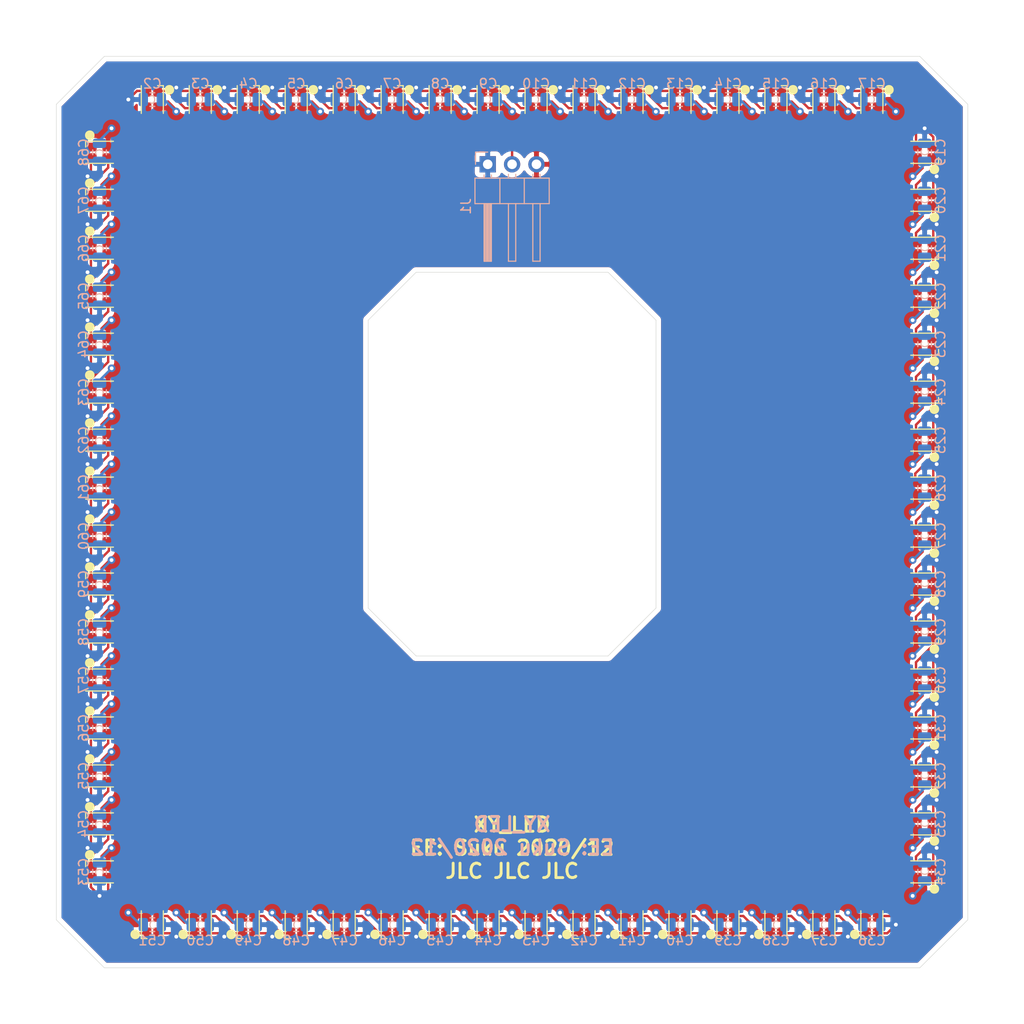
<source format=kicad_pcb>
(kicad_pcb (version 20171130) (host pcbnew "(5.1.6)-1")
  (layers (0 F.Cu signal) (31 B.Cu signal) (34 B.Paste user) (35 F.Paste user) (36 B.SilkS user) (37 F.SilkS user) (38 B.Mask user) (39 F.Mask user) (44 Edge.Cuts user))
  (net 0 "")
  (net 1 GND)
  (net 2 "Net-(D2-Pad1)")
  (net 3 "Net-(D15-Pad1)")
  (net 4 "Net-(D3-Pad1)")
  (net 5 "Net-(D4-Pad1)")
  (net 6 "Net-(D5-Pad1)")
  (net 7 "Net-(D6-Pad1)")
  (net 8 "Net-(D7-Pad1)")
  (net 9 "Net-(D10-Pad3)")
  (net 10 "Net-(D10-Pad1)")
  (net 11 "Net-(D11-Pad1)")
  (net 12 "Net-(D12-Pad1)")
  (net 13 "Net-(D13-Pad1)")
  (net 14 "Net-(D14-Pad1)")
  (net 15 "Net-(D16-Pad1)")
  (net 16 "Net-(D8-Pad1)")
  (net 17 /sheet5F211848/DIN)
  (net 18 "Net-(D19-Pad1)")
  (net 19 "Net-(D20-Pad1)")
  (net 20 "Net-(D21-Pad1)")
  (net 21 "Net-(D22-Pad1)")
  (net 22 "Net-(D23-Pad1)")
  (net 23 "Net-(D24-Pad1)")
  (net 24 "Net-(D25-Pad1)")
  (net 25 "Net-(D26-Pad1)")
  (net 26 "Net-(D27-Pad1)")
  (net 27 "Net-(D28-Pad1)")
  (net 28 "Net-(D29-Pad1)")
  (net 29 "Net-(D30-Pad1)")
  (net 30 "Net-(D31-Pad1)")
  (net 31 "Net-(D32-Pad1)")
  (net 32 "Net-(D33-Pad1)")
  (net 33 /sheet5F25C68C/DIN)
  (net 34 "Net-(D36-Pad1)")
  (net 35 "Net-(D37-Pad1)")
  (net 36 "Net-(D38-Pad1)")
  (net 37 "Net-(D39-Pad1)")
  (net 38 "Net-(D40-Pad1)")
  (net 39 "Net-(D41-Pad1)")
  (net 40 "Net-(D42-Pad1)")
  (net 41 "Net-(D43-Pad1)")
  (net 42 "Net-(D44-Pad1)")
  (net 43 "Net-(D45-Pad1)")
  (net 44 "Net-(D46-Pad1)")
  (net 45 "Net-(D47-Pad1)")
  (net 46 "Net-(D48-Pad1)")
  (net 47 "Net-(D49-Pad1)")
  (net 48 "Net-(D50-Pad1)")
  (net 49 /sheet5F25EC60/DIN)
  (net 50 "Net-(D53-Pad1)")
  (net 51 "Net-(D54-Pad1)")
  (net 52 "Net-(D55-Pad1)")
  (net 53 "Net-(D56-Pad1)")
  (net 54 "Net-(D57-Pad1)")
  (net 55 "Net-(D58-Pad1)")
  (net 56 "Net-(D59-Pad1)")
  (net 57 "Net-(D60-Pad1)")
  (net 58 "Net-(D61-Pad1)")
  (net 59 "Net-(D62-Pad1)")
  (net 60 "Net-(D63-Pad1)")
  (net 61 "Net-(D64-Pad1)")
  (net 62 "Net-(D65-Pad1)")
  (net 63 "Net-(D66-Pad1)")
  (net 64 "Net-(D67-Pad1)")
  (net 65 /sheet5F25EC60/DOUT)
  (net 66 /LED_DATA)
  (net 67 +5V)
  (module Connector_PinHeader_2.54mm:PinHeader_1x03_P2.54mm_Horizontal (layer B.Cu) (at 97.46 63.75 270)
    (fp_text reference J1 (at 4.385 2.27 270) (layer B.SilkS) (effects (justify mirror)))
    (fp_text value Conn_01x03)
    (pad 3 thru_hole oval (at 0 -5.08 270) (size 1.7 1.7) (drill 1) (layers *.Cu *.Mask) (net 67 +5V))
    (pad 2 thru_hole oval (at 0 -2.54 270) (size 1.7 1.7) (drill 1) (layers *.Cu *.Mask) (net 66 /LED_DATA))
    (pad 1 thru_hole rect (at 0 0 270) (size 1.7 1.7) (drill 1) (layers *.Cu *.Mask) (net 1 GND))
  )
  (module suku_basics:CAP_0805 (layer B.Cu) (at 57 62.5 270)
    (fp_text reference C68 (at 0 1.65 90) (layer B.SilkS) (effects (justify mirror)))
    (fp_text value 100n)
    (pad 2 smd roundrect (at 0.9375 0 270) (size 0.975 1.4) (layers B.Cu B.Paste B.Mask) (net 1 GND))
    (pad 1 smd roundrect (at -0.9375 0 270) (size 0.975 1.4) (layers B.Cu B.Paste B.Mask) (net 67 +5V))
  )
  (module suku_basics:CAP_0805 (layer B.Cu) (at 57 67.5 270)
    (fp_text reference C67 (at 0 1.65 90) (layer B.SilkS) (effects (justify mirror)))
    (fp_text value 100n)
    (pad 2 smd roundrect (at 0.9375 0 270) (size 0.975 1.4) (layers B.Cu B.Paste B.Mask) (net 1 GND))
    (pad 1 smd roundrect (at -0.9375 0 270) (size 0.975 1.4) (layers B.Cu B.Paste B.Mask) (net 67 +5V))
  )
  (module suku_basics:CAP_0805 (layer B.Cu) (at 57 72.5 270)
    (fp_text reference C66 (at 0 1.65 90) (layer B.SilkS) (effects (justify mirror)))
    (fp_text value 100n)
    (pad 2 smd roundrect (at 0.9375 0 270) (size 0.975 1.4) (layers B.Cu B.Paste B.Mask) (net 1 GND))
    (pad 1 smd roundrect (at -0.9375 0 270) (size 0.975 1.4) (layers B.Cu B.Paste B.Mask) (net 67 +5V))
  )
  (module suku_basics:CAP_0805 (layer B.Cu) (at 57 77.5 270)
    (fp_text reference C65 (at 0 1.65 90) (layer B.SilkS) (effects (justify mirror)))
    (fp_text value 100n)
    (pad 2 smd roundrect (at 0.9375 0 270) (size 0.975 1.4) (layers B.Cu B.Paste B.Mask) (net 1 GND))
    (pad 1 smd roundrect (at -0.9375 0 270) (size 0.975 1.4) (layers B.Cu B.Paste B.Mask) (net 67 +5V))
  )
  (module suku_basics:CAP_0805 (layer B.Cu) (at 57 82.5 270)
    (fp_text reference C64 (at 0 1.65 90) (layer B.SilkS) (effects (justify mirror)))
    (fp_text value 100n)
    (pad 2 smd roundrect (at 0.9375 0 270) (size 0.975 1.4) (layers B.Cu B.Paste B.Mask) (net 1 GND))
    (pad 1 smd roundrect (at -0.9375 0 270) (size 0.975 1.4) (layers B.Cu B.Paste B.Mask) (net 67 +5V))
  )
  (module suku_basics:CAP_0805 (layer B.Cu) (at 57 87.5 270)
    (fp_text reference C63 (at 0 1.65 90) (layer B.SilkS) (effects (justify mirror)))
    (fp_text value 100n)
    (pad 2 smd roundrect (at 0.9375 0 270) (size 0.975 1.4) (layers B.Cu B.Paste B.Mask) (net 1 GND))
    (pad 1 smd roundrect (at -0.9375 0 270) (size 0.975 1.4) (layers B.Cu B.Paste B.Mask) (net 67 +5V))
  )
  (module suku_basics:CAP_0805 (layer B.Cu) (at 57 92.5 270)
    (fp_text reference C62 (at 0 1.65 90) (layer B.SilkS) (effects (justify mirror)))
    (fp_text value 100n)
    (pad 2 smd roundrect (at 0.9375 0 270) (size 0.975 1.4) (layers B.Cu B.Paste B.Mask) (net 1 GND))
    (pad 1 smd roundrect (at -0.9375 0 270) (size 0.975 1.4) (layers B.Cu B.Paste B.Mask) (net 67 +5V))
  )
  (module suku_basics:CAP_0805 (layer B.Cu) (at 57 97.5 270)
    (fp_text reference C61 (at 0 1.65 90) (layer B.SilkS) (effects (justify mirror)))
    (fp_text value 100n)
    (pad 2 smd roundrect (at 0.9375 0 270) (size 0.975 1.4) (layers B.Cu B.Paste B.Mask) (net 1 GND))
    (pad 1 smd roundrect (at -0.9375 0 270) (size 0.975 1.4) (layers B.Cu B.Paste B.Mask) (net 67 +5V))
  )
  (module suku_basics:CAP_0805 (layer B.Cu) (at 57 102.5 270)
    (fp_text reference C60 (at 0 1.65 90) (layer B.SilkS) (effects (justify mirror)))
    (fp_text value 100n)
    (pad 2 smd roundrect (at 0.9375 0 270) (size 0.975 1.4) (layers B.Cu B.Paste B.Mask) (net 1 GND))
    (pad 1 smd roundrect (at -0.9375 0 270) (size 0.975 1.4) (layers B.Cu B.Paste B.Mask) (net 67 +5V))
  )
  (module suku_basics:CAP_0805 (layer B.Cu) (at 57 107.5 270)
    (fp_text reference C59 (at 0 1.65 90) (layer B.SilkS) (effects (justify mirror)))
    (fp_text value 100n)
    (pad 2 smd roundrect (at 0.9375 0 270) (size 0.975 1.4) (layers B.Cu B.Paste B.Mask) (net 1 GND))
    (pad 1 smd roundrect (at -0.9375 0 270) (size 0.975 1.4) (layers B.Cu B.Paste B.Mask) (net 67 +5V))
  )
  (module suku_basics:CAP_0805 (layer B.Cu) (at 57 112.5 270)
    (fp_text reference C58 (at 0 1.65 90) (layer B.SilkS) (effects (justify mirror)))
    (fp_text value 100n)
    (pad 2 smd roundrect (at 0.9375 0 270) (size 0.975 1.4) (layers B.Cu B.Paste B.Mask) (net 1 GND))
    (pad 1 smd roundrect (at -0.9375 0 270) (size 0.975 1.4) (layers B.Cu B.Paste B.Mask) (net 67 +5V))
  )
  (module suku_basics:CAP_0805 (layer B.Cu) (at 57 117.5 270)
    (fp_text reference C57 (at 0 1.65 90) (layer B.SilkS) (effects (justify mirror)))
    (fp_text value 100n)
    (pad 2 smd roundrect (at 0.9375 0 270) (size 0.975 1.4) (layers B.Cu B.Paste B.Mask) (net 1 GND))
    (pad 1 smd roundrect (at -0.9375 0 270) (size 0.975 1.4) (layers B.Cu B.Paste B.Mask) (net 67 +5V))
  )
  (module suku_basics:CAP_0805 (layer B.Cu) (at 57 122.5 270)
    (fp_text reference C56 (at 0 1.65 90) (layer B.SilkS) (effects (justify mirror)))
    (fp_text value 100n)
    (pad 2 smd roundrect (at 0.9375 0 270) (size 0.975 1.4) (layers B.Cu B.Paste B.Mask) (net 1 GND))
    (pad 1 smd roundrect (at -0.9375 0 270) (size 0.975 1.4) (layers B.Cu B.Paste B.Mask) (net 67 +5V))
  )
  (module suku_basics:CAP_0805 (layer B.Cu) (at 57 127.5 270)
    (fp_text reference C55 (at 0 1.65 90) (layer B.SilkS) (effects (justify mirror)))
    (fp_text value 100n)
    (pad 2 smd roundrect (at 0.9375 0 270) (size 0.975 1.4) (layers B.Cu B.Paste B.Mask) (net 1 GND))
    (pad 1 smd roundrect (at -0.9375 0 270) (size 0.975 1.4) (layers B.Cu B.Paste B.Mask) (net 67 +5V))
  )
  (module suku_basics:CAP_0805 (layer B.Cu) (at 57 132.5 270)
    (fp_text reference C54 (at 0 1.65 90) (layer B.SilkS) (effects (justify mirror)))
    (fp_text value 100n)
    (pad 2 smd roundrect (at 0.9375 0 270) (size 0.975 1.4) (layers B.Cu B.Paste B.Mask) (net 1 GND))
    (pad 1 smd roundrect (at -0.9375 0 270) (size 0.975 1.4) (layers B.Cu B.Paste B.Mask) (net 67 +5V))
  )
  (module suku_basics:CAP_0805 (layer B.Cu) (at 57 137.5 270)
    (fp_text reference C53 (at 0 1.65 90) (layer B.SilkS) (effects (justify mirror)))
    (fp_text value 100n)
    (pad 2 smd roundrect (at 0.9375 0 270) (size 0.975 1.4) (layers B.Cu B.Paste B.Mask) (net 1 GND))
    (pad 1 smd roundrect (at -0.9375 0 270) (size 0.975 1.4) (layers B.Cu B.Paste B.Mask) (net 67 +5V))
  )
  (module suku_basics:CAP_0805 (layer B.Cu) (at 62.5 143)
    (fp_text reference C51 (at 0 1.65) (layer B.SilkS) (effects (justify mirror)))
    (fp_text value 100n)
    (pad 2 smd roundrect (at 0.9375 0) (size 0.975 1.4) (layers B.Cu B.Paste B.Mask) (net 1 GND))
    (pad 1 smd roundrect (at -0.9375 0) (size 0.975 1.4) (layers B.Cu B.Paste B.Mask) (net 67 +5V))
  )
  (module suku_basics:CAP_0805 (layer B.Cu) (at 67.5 143)
    (fp_text reference C50 (at 0 1.65) (layer B.SilkS) (effects (justify mirror)))
    (fp_text value 100n)
    (pad 2 smd roundrect (at 0.9375 0) (size 0.975 1.4) (layers B.Cu B.Paste B.Mask) (net 1 GND))
    (pad 1 smd roundrect (at -0.9375 0) (size 0.975 1.4) (layers B.Cu B.Paste B.Mask) (net 67 +5V))
  )
  (module suku_basics:CAP_0805 (layer B.Cu) (at 72.5 143)
    (fp_text reference C49 (at 0 1.65) (layer B.SilkS) (effects (justify mirror)))
    (fp_text value 100n)
    (pad 2 smd roundrect (at 0.9375 0) (size 0.975 1.4) (layers B.Cu B.Paste B.Mask) (net 1 GND))
    (pad 1 smd roundrect (at -0.9375 0) (size 0.975 1.4) (layers B.Cu B.Paste B.Mask) (net 67 +5V))
  )
  (module suku_basics:CAP_0805 (layer B.Cu) (at 77.5 143)
    (fp_text reference C48 (at 0 1.65) (layer B.SilkS) (effects (justify mirror)))
    (fp_text value 100n)
    (pad 2 smd roundrect (at 0.9375 0) (size 0.975 1.4) (layers B.Cu B.Paste B.Mask) (net 1 GND))
    (pad 1 smd roundrect (at -0.9375 0) (size 0.975 1.4) (layers B.Cu B.Paste B.Mask) (net 67 +5V))
  )
  (module suku_basics:CAP_0805 (layer B.Cu) (at 82.5 143)
    (fp_text reference C47 (at 0 1.65) (layer B.SilkS) (effects (justify mirror)))
    (fp_text value 100n)
    (pad 2 smd roundrect (at 0.9375 0) (size 0.975 1.4) (layers B.Cu B.Paste B.Mask) (net 1 GND))
    (pad 1 smd roundrect (at -0.9375 0) (size 0.975 1.4) (layers B.Cu B.Paste B.Mask) (net 67 +5V))
  )
  (module suku_basics:CAP_0805 (layer B.Cu) (at 87.5 143)
    (fp_text reference C46 (at 0 1.65) (layer B.SilkS) (effects (justify mirror)))
    (fp_text value 100n)
    (pad 2 smd roundrect (at 0.9375 0) (size 0.975 1.4) (layers B.Cu B.Paste B.Mask) (net 1 GND))
    (pad 1 smd roundrect (at -0.9375 0) (size 0.975 1.4) (layers B.Cu B.Paste B.Mask) (net 67 +5V))
  )
  (module suku_basics:CAP_0805 (layer B.Cu) (at 92.5 143)
    (fp_text reference C45 (at 0 1.65) (layer B.SilkS) (effects (justify mirror)))
    (fp_text value 100n)
    (pad 2 smd roundrect (at 0.9375 0) (size 0.975 1.4) (layers B.Cu B.Paste B.Mask) (net 1 GND))
    (pad 1 smd roundrect (at -0.9375 0) (size 0.975 1.4) (layers B.Cu B.Paste B.Mask) (net 67 +5V))
  )
  (module suku_basics:CAP_0805 (layer B.Cu) (at 97.5 143)
    (fp_text reference C44 (at 0 1.65) (layer B.SilkS) (effects (justify mirror)))
    (fp_text value 100n)
    (pad 2 smd roundrect (at 0.9375 0) (size 0.975 1.4) (layers B.Cu B.Paste B.Mask) (net 1 GND))
    (pad 1 smd roundrect (at -0.9375 0) (size 0.975 1.4) (layers B.Cu B.Paste B.Mask) (net 67 +5V))
  )
  (module suku_basics:CAP_0805 (layer B.Cu) (at 102.5 143)
    (fp_text reference C43 (at 0 1.65) (layer B.SilkS) (effects (justify mirror)))
    (fp_text value 100n)
    (pad 2 smd roundrect (at 0.9375 0) (size 0.975 1.4) (layers B.Cu B.Paste B.Mask) (net 1 GND))
    (pad 1 smd roundrect (at -0.9375 0) (size 0.975 1.4) (layers B.Cu B.Paste B.Mask) (net 67 +5V))
  )
  (module suku_basics:CAP_0805 (layer B.Cu) (at 107.5 143)
    (fp_text reference C42 (at 0 1.65) (layer B.SilkS) (effects (justify mirror)))
    (fp_text value 100n)
    (pad 2 smd roundrect (at 0.9375 0) (size 0.975 1.4) (layers B.Cu B.Paste B.Mask) (net 1 GND))
    (pad 1 smd roundrect (at -0.9375 0) (size 0.975 1.4) (layers B.Cu B.Paste B.Mask) (net 67 +5V))
  )
  (module suku_basics:CAP_0805 (layer B.Cu) (at 112.5 143)
    (fp_text reference C41 (at 0 1.65) (layer B.SilkS) (effects (justify mirror)))
    (fp_text value 100n)
    (pad 2 smd roundrect (at 0.9375 0) (size 0.975 1.4) (layers B.Cu B.Paste B.Mask) (net 1 GND))
    (pad 1 smd roundrect (at -0.9375 0) (size 0.975 1.4) (layers B.Cu B.Paste B.Mask) (net 67 +5V))
  )
  (module suku_basics:CAP_0805 (layer B.Cu) (at 117.5 143)
    (fp_text reference C40 (at 0 1.65) (layer B.SilkS) (effects (justify mirror)))
    (fp_text value 100n)
    (pad 2 smd roundrect (at 0.9375 0) (size 0.975 1.4) (layers B.Cu B.Paste B.Mask) (net 1 GND))
    (pad 1 smd roundrect (at -0.9375 0) (size 0.975 1.4) (layers B.Cu B.Paste B.Mask) (net 67 +5V))
  )
  (module suku_basics:CAP_0805 (layer B.Cu) (at 122.5 143)
    (fp_text reference C39 (at 0 1.65) (layer B.SilkS) (effects (justify mirror)))
    (fp_text value 100n)
    (pad 2 smd roundrect (at 0.9375 0) (size 0.975 1.4) (layers B.Cu B.Paste B.Mask) (net 1 GND))
    (pad 1 smd roundrect (at -0.9375 0) (size 0.975 1.4) (layers B.Cu B.Paste B.Mask) (net 67 +5V))
  )
  (module suku_basics:CAP_0805 (layer B.Cu) (at 127.5 143)
    (fp_text reference C38 (at 0 1.65) (layer B.SilkS) (effects (justify mirror)))
    (fp_text value 100n)
    (pad 2 smd roundrect (at 0.9375 0) (size 0.975 1.4) (layers B.Cu B.Paste B.Mask) (net 1 GND))
    (pad 1 smd roundrect (at -0.9375 0) (size 0.975 1.4) (layers B.Cu B.Paste B.Mask) (net 67 +5V))
  )
  (module suku_basics:CAP_0805 (layer B.Cu) (at 132.5 143)
    (fp_text reference C37 (at 0 1.65) (layer B.SilkS) (effects (justify mirror)))
    (fp_text value 100n)
    (pad 2 smd roundrect (at 0.9375 0) (size 0.975 1.4) (layers B.Cu B.Paste B.Mask) (net 1 GND))
    (pad 1 smd roundrect (at -0.9375 0) (size 0.975 1.4) (layers B.Cu B.Paste B.Mask) (net 67 +5V))
  )
  (module suku_basics:CAP_0805 (layer B.Cu) (at 137.5 143)
    (fp_text reference C36 (at 0 1.65) (layer B.SilkS) (effects (justify mirror)))
    (fp_text value 100n)
    (pad 2 smd roundrect (at 0.9375 0) (size 0.975 1.4) (layers B.Cu B.Paste B.Mask) (net 1 GND))
    (pad 1 smd roundrect (at -0.9375 0) (size 0.975 1.4) (layers B.Cu B.Paste B.Mask) (net 67 +5V))
  )
  (module suku_basics:CAP_0805 (layer B.Cu) (at 143 137.5 90)
    (fp_text reference C34 (at 0 1.65 90) (layer B.SilkS) (effects (justify mirror)))
    (fp_text value 100n)
    (pad 2 smd roundrect (at 0.9375 0 90) (size 0.975 1.4) (layers B.Cu B.Paste B.Mask) (net 1 GND))
    (pad 1 smd roundrect (at -0.9375 0 90) (size 0.975 1.4) (layers B.Cu B.Paste B.Mask) (net 67 +5V))
  )
  (module suku_basics:CAP_0805 (layer B.Cu) (at 143 132.5 90)
    (fp_text reference C33 (at 0 1.65 90) (layer B.SilkS) (effects (justify mirror)))
    (fp_text value 100n)
    (pad 2 smd roundrect (at 0.9375 0 90) (size 0.975 1.4) (layers B.Cu B.Paste B.Mask) (net 1 GND))
    (pad 1 smd roundrect (at -0.9375 0 90) (size 0.975 1.4) (layers B.Cu B.Paste B.Mask) (net 67 +5V))
  )
  (module suku_basics:CAP_0805 (layer B.Cu) (at 143 127.5 90)
    (fp_text reference C32 (at 0 1.65 90) (layer B.SilkS) (effects (justify mirror)))
    (fp_text value 100n)
    (pad 2 smd roundrect (at 0.9375 0 90) (size 0.975 1.4) (layers B.Cu B.Paste B.Mask) (net 1 GND))
    (pad 1 smd roundrect (at -0.9375 0 90) (size 0.975 1.4) (layers B.Cu B.Paste B.Mask) (net 67 +5V))
  )
  (module suku_basics:CAP_0805 (layer B.Cu) (at 143 122.5 90)
    (fp_text reference C31 (at 0 1.65 90) (layer B.SilkS) (effects (justify mirror)))
    (fp_text value 100n)
    (pad 2 smd roundrect (at 0.9375 0 90) (size 0.975 1.4) (layers B.Cu B.Paste B.Mask) (net 1 GND))
    (pad 1 smd roundrect (at -0.9375 0 90) (size 0.975 1.4) (layers B.Cu B.Paste B.Mask) (net 67 +5V))
  )
  (module suku_basics:CAP_0805 (layer B.Cu) (at 143 117.5 90)
    (fp_text reference C30 (at 0 1.65 90) (layer B.SilkS) (effects (justify mirror)))
    (fp_text value 100n)
    (pad 2 smd roundrect (at 0.9375 0 90) (size 0.975 1.4) (layers B.Cu B.Paste B.Mask) (net 1 GND))
    (pad 1 smd roundrect (at -0.9375 0 90) (size 0.975 1.4) (layers B.Cu B.Paste B.Mask) (net 67 +5V))
  )
  (module suku_basics:CAP_0805 (layer B.Cu) (at 143 112.5 90)
    (fp_text reference C29 (at 0 1.65 90) (layer B.SilkS) (effects (justify mirror)))
    (fp_text value 100n)
    (pad 2 smd roundrect (at 0.9375 0 90) (size 0.975 1.4) (layers B.Cu B.Paste B.Mask) (net 1 GND))
    (pad 1 smd roundrect (at -0.9375 0 90) (size 0.975 1.4) (layers B.Cu B.Paste B.Mask) (net 67 +5V))
  )
  (module suku_basics:CAP_0805 (layer B.Cu) (at 143 107.5 90)
    (fp_text reference C28 (at 0 1.65 90) (layer B.SilkS) (effects (justify mirror)))
    (fp_text value 100n)
    (pad 2 smd roundrect (at 0.9375 0 90) (size 0.975 1.4) (layers B.Cu B.Paste B.Mask) (net 1 GND))
    (pad 1 smd roundrect (at -0.9375 0 90) (size 0.975 1.4) (layers B.Cu B.Paste B.Mask) (net 67 +5V))
  )
  (module suku_basics:CAP_0805 (layer B.Cu) (at 143 102.5 90)
    (fp_text reference C27 (at 0 1.65 90) (layer B.SilkS) (effects (justify mirror)))
    (fp_text value 100n)
    (pad 2 smd roundrect (at 0.9375 0 90) (size 0.975 1.4) (layers B.Cu B.Paste B.Mask) (net 1 GND))
    (pad 1 smd roundrect (at -0.9375 0 90) (size 0.975 1.4) (layers B.Cu B.Paste B.Mask) (net 67 +5V))
  )
  (module suku_basics:CAP_0805 (layer B.Cu) (at 143 97.5 90)
    (fp_text reference C26 (at 0 1.65 90) (layer B.SilkS) (effects (justify mirror)))
    (fp_text value 100n)
    (pad 2 smd roundrect (at 0.9375 0 90) (size 0.975 1.4) (layers B.Cu B.Paste B.Mask) (net 1 GND))
    (pad 1 smd roundrect (at -0.9375 0 90) (size 0.975 1.4) (layers B.Cu B.Paste B.Mask) (net 67 +5V))
  )
  (module suku_basics:CAP_0805 (layer B.Cu) (at 143 92.5 90)
    (fp_text reference C25 (at 0 1.65 90) (layer B.SilkS) (effects (justify mirror)))
    (fp_text value 100n)
    (pad 2 smd roundrect (at 0.9375 0 90) (size 0.975 1.4) (layers B.Cu B.Paste B.Mask) (net 1 GND))
    (pad 1 smd roundrect (at -0.9375 0 90) (size 0.975 1.4) (layers B.Cu B.Paste B.Mask) (net 67 +5V))
  )
  (module suku_basics:CAP_0805 (layer B.Cu) (at 143 87.5 90)
    (fp_text reference C24 (at 0 1.65 90) (layer B.SilkS) (effects (justify mirror)))
    (fp_text value 100n)
    (pad 2 smd roundrect (at 0.9375 0 90) (size 0.975 1.4) (layers B.Cu B.Paste B.Mask) (net 1 GND))
    (pad 1 smd roundrect (at -0.9375 0 90) (size 0.975 1.4) (layers B.Cu B.Paste B.Mask) (net 67 +5V))
  )
  (module suku_basics:CAP_0805 (layer B.Cu) (at 143 82.5 90)
    (fp_text reference C23 (at 0 1.65 90) (layer B.SilkS) (effects (justify mirror)))
    (fp_text value 100n)
    (pad 2 smd roundrect (at 0.9375 0 90) (size 0.975 1.4) (layers B.Cu B.Paste B.Mask) (net 1 GND))
    (pad 1 smd roundrect (at -0.9375 0 90) (size 0.975 1.4) (layers B.Cu B.Paste B.Mask) (net 67 +5V))
  )
  (module suku_basics:CAP_0805 (layer B.Cu) (at 143 77.5 90)
    (fp_text reference C22 (at 0 1.65 90) (layer B.SilkS) (effects (justify mirror)))
    (fp_text value 100n)
    (pad 2 smd roundrect (at 0.9375 0 90) (size 0.975 1.4) (layers B.Cu B.Paste B.Mask) (net 1 GND))
    (pad 1 smd roundrect (at -0.9375 0 90) (size 0.975 1.4) (layers B.Cu B.Paste B.Mask) (net 67 +5V))
  )
  (module suku_basics:CAP_0805 (layer B.Cu) (at 143 72.5 90)
    (fp_text reference C21 (at 0 1.65 90) (layer B.SilkS) (effects (justify mirror)))
    (fp_text value 100n)
    (pad 2 smd roundrect (at 0.9375 0 90) (size 0.975 1.4) (layers B.Cu B.Paste B.Mask) (net 1 GND))
    (pad 1 smd roundrect (at -0.9375 0 90) (size 0.975 1.4) (layers B.Cu B.Paste B.Mask) (net 67 +5V))
  )
  (module suku_basics:CAP_0805 (layer B.Cu) (at 143 67.5 90)
    (fp_text reference C20 (at 0 1.65 90) (layer B.SilkS) (effects (justify mirror)))
    (fp_text value 100n)
    (pad 2 smd roundrect (at 0.9375 0 90) (size 0.975 1.4) (layers B.Cu B.Paste B.Mask) (net 1 GND))
    (pad 1 smd roundrect (at -0.9375 0 90) (size 0.975 1.4) (layers B.Cu B.Paste B.Mask) (net 67 +5V))
  )
  (module suku_basics:CAP_0805 (layer B.Cu) (at 143 62.5 90)
    (fp_text reference C19 (at 0 1.65 90) (layer B.SilkS) (effects (justify mirror)))
    (fp_text value 100n)
    (pad 2 smd roundrect (at 0.9375 0 90) (size 0.975 1.4) (layers B.Cu B.Paste B.Mask) (net 1 GND))
    (pad 1 smd roundrect (at -0.9375 0 90) (size 0.975 1.4) (layers B.Cu B.Paste B.Mask) (net 67 +5V))
  )
  (module suku_basics:CAP_0805 (layer B.Cu) (at 137.5 57 180)
    (fp_text reference C17 (at 0 1.65) (layer B.SilkS) (effects (justify mirror)))
    (fp_text value 100n)
    (pad 2 smd roundrect (at 0.9375 0 180) (size 0.975 1.4) (layers B.Cu B.Paste B.Mask) (net 1 GND))
    (pad 1 smd roundrect (at -0.9375 0 180) (size 0.975 1.4) (layers B.Cu B.Paste B.Mask) (net 67 +5V))
  )
  (module suku_basics:CAP_0805 (layer B.Cu) (at 132.5 57 180)
    (fp_text reference C16 (at 0 1.65) (layer B.SilkS) (effects (justify mirror)))
    (fp_text value 100n)
    (pad 2 smd roundrect (at 0.9375 0 180) (size 0.975 1.4) (layers B.Cu B.Paste B.Mask) (net 1 GND))
    (pad 1 smd roundrect (at -0.9375 0 180) (size 0.975 1.4) (layers B.Cu B.Paste B.Mask) (net 67 +5V))
  )
  (module suku_basics:CAP_0805 (layer B.Cu) (at 127.5 57 180)
    (fp_text reference C15 (at 0 1.65) (layer B.SilkS) (effects (justify mirror)))
    (fp_text value 100n)
    (pad 2 smd roundrect (at 0.9375 0 180) (size 0.975 1.4) (layers B.Cu B.Paste B.Mask) (net 1 GND))
    (pad 1 smd roundrect (at -0.9375 0 180) (size 0.975 1.4) (layers B.Cu B.Paste B.Mask) (net 67 +5V))
  )
  (module suku_basics:CAP_0805 (layer B.Cu) (at 122.5 57 180)
    (fp_text reference C14 (at 0 1.65) (layer B.SilkS) (effects (justify mirror)))
    (fp_text value 100n)
    (pad 2 smd roundrect (at 0.9375 0 180) (size 0.975 1.4) (layers B.Cu B.Paste B.Mask) (net 1 GND))
    (pad 1 smd roundrect (at -0.9375 0 180) (size 0.975 1.4) (layers B.Cu B.Paste B.Mask) (net 67 +5V))
  )
  (module suku_basics:CAP_0805 (layer B.Cu) (at 117.5 57 180)
    (fp_text reference C13 (at 0 1.65) (layer B.SilkS) (effects (justify mirror)))
    (fp_text value 100n)
    (pad 2 smd roundrect (at 0.9375 0 180) (size 0.975 1.4) (layers B.Cu B.Paste B.Mask) (net 1 GND))
    (pad 1 smd roundrect (at -0.9375 0 180) (size 0.975 1.4) (layers B.Cu B.Paste B.Mask) (net 67 +5V))
  )
  (module suku_basics:CAP_0805 (layer B.Cu) (at 112.5 57 180)
    (fp_text reference C12 (at 0 1.65) (layer B.SilkS) (effects (justify mirror)))
    (fp_text value 100n)
    (pad 2 smd roundrect (at 0.9375 0 180) (size 0.975 1.4) (layers B.Cu B.Paste B.Mask) (net 1 GND))
    (pad 1 smd roundrect (at -0.9375 0 180) (size 0.975 1.4) (layers B.Cu B.Paste B.Mask) (net 67 +5V))
  )
  (module suku_basics:CAP_0805 (layer B.Cu) (at 107.5 57 180)
    (fp_text reference C11 (at 0 1.65) (layer B.SilkS) (effects (justify mirror)))
    (fp_text value 100n)
    (pad 2 smd roundrect (at 0.9375 0 180) (size 0.975 1.4) (layers B.Cu B.Paste B.Mask) (net 1 GND))
    (pad 1 smd roundrect (at -0.9375 0 180) (size 0.975 1.4) (layers B.Cu B.Paste B.Mask) (net 67 +5V))
  )
  (module suku_basics:CAP_0805 (layer B.Cu) (at 102.5 57 180)
    (fp_text reference C10 (at 0 1.65) (layer B.SilkS) (effects (justify mirror)))
    (fp_text value 100n)
    (pad 2 smd roundrect (at 0.9375 0 180) (size 0.975 1.4) (layers B.Cu B.Paste B.Mask) (net 1 GND))
    (pad 1 smd roundrect (at -0.9375 0 180) (size 0.975 1.4) (layers B.Cu B.Paste B.Mask) (net 67 +5V))
  )
  (module suku_basics:CAP_0805 (layer B.Cu) (at 97.5 57 180)
    (fp_text reference C9 (at 0 1.65) (layer B.SilkS) (effects (justify mirror)))
    (fp_text value 100n)
    (pad 2 smd roundrect (at 0.9375 0 180) (size 0.975 1.4) (layers B.Cu B.Paste B.Mask) (net 1 GND))
    (pad 1 smd roundrect (at -0.9375 0 180) (size 0.975 1.4) (layers B.Cu B.Paste B.Mask) (net 67 +5V))
  )
  (module suku_basics:CAP_0805 (layer B.Cu) (at 92.5 57 180)
    (fp_text reference C8 (at 0 1.65) (layer B.SilkS) (effects (justify mirror)))
    (fp_text value 100n)
    (pad 2 smd roundrect (at 0.9375 0 180) (size 0.975 1.4) (layers B.Cu B.Paste B.Mask) (net 1 GND))
    (pad 1 smd roundrect (at -0.9375 0 180) (size 0.975 1.4) (layers B.Cu B.Paste B.Mask) (net 67 +5V))
  )
  (module suku_basics:CAP_0805 (layer B.Cu) (at 87.5 57 180)
    (fp_text reference C7 (at 0 1.65) (layer B.SilkS) (effects (justify mirror)))
    (fp_text value 100n)
    (pad 2 smd roundrect (at 0.9375 0 180) (size 0.975 1.4) (layers B.Cu B.Paste B.Mask) (net 1 GND))
    (pad 1 smd roundrect (at -0.9375 0 180) (size 0.975 1.4) (layers B.Cu B.Paste B.Mask) (net 67 +5V))
  )
  (module suku_basics:CAP_0805 (layer B.Cu) (at 82.5 57 180)
    (fp_text reference C6 (at 0 1.65) (layer B.SilkS) (effects (justify mirror)))
    (fp_text value 100n)
    (pad 2 smd roundrect (at 0.9375 0 180) (size 0.975 1.4) (layers B.Cu B.Paste B.Mask) (net 1 GND))
    (pad 1 smd roundrect (at -0.9375 0 180) (size 0.975 1.4) (layers B.Cu B.Paste B.Mask) (net 67 +5V))
  )
  (module suku_basics:CAP_0805 (layer B.Cu) (at 77.5 57 180)
    (fp_text reference C5 (at 0 1.65) (layer B.SilkS) (effects (justify mirror)))
    (fp_text value 100n)
    (pad 2 smd roundrect (at 0.9375 0 180) (size 0.975 1.4) (layers B.Cu B.Paste B.Mask) (net 1 GND))
    (pad 1 smd roundrect (at -0.9375 0 180) (size 0.975 1.4) (layers B.Cu B.Paste B.Mask) (net 67 +5V))
  )
  (module suku_basics:CAP_0805 (layer B.Cu) (at 72.5 57 180)
    (fp_text reference C4 (at 0 1.65) (layer B.SilkS) (effects (justify mirror)))
    (fp_text value 100n)
    (pad 2 smd roundrect (at 0.9375 0 180) (size 0.975 1.4) (layers B.Cu B.Paste B.Mask) (net 1 GND))
    (pad 1 smd roundrect (at -0.9375 0 180) (size 0.975 1.4) (layers B.Cu B.Paste B.Mask) (net 67 +5V))
  )
  (module suku_basics:CAP_0805 (layer B.Cu) (at 67.5 57 180)
    (fp_text reference C3 (at 0 1.65) (layer B.SilkS) (effects (justify mirror)))
    (fp_text value 100n)
    (pad 2 smd roundrect (at 0.9375 0 180) (size 0.975 1.4) (layers B.Cu B.Paste B.Mask) (net 1 GND))
    (pad 1 smd roundrect (at -0.9375 0 180) (size 0.975 1.4) (layers B.Cu B.Paste B.Mask) (net 67 +5V))
  )
  (module suku_basics:CAP_0805 (layer B.Cu) (at 62.5 57 180)
    (fp_text reference C2 (at 0 1.65) (layer B.SilkS) (effects (justify mirror)))
    (fp_text value 100n)
    (pad 2 smd roundrect (at 0.9375 0 180) (size 0.975 1.4) (layers B.Cu B.Paste B.Mask) (net 1 GND))
    (pad 1 smd roundrect (at -0.9375 0 180) (size 0.975 1.4) (layers B.Cu B.Paste B.Mask) (net 67 +5V))
  )
  (module suku_basics:UI_WS2812C-2020 (layer F.Cu) (at 107.5 57 90)
    (fp_text reference D11 hide)
    (fp_text value UI_WS2812C-2020 hide)
    (pad 4 smd roundrect (at -0.9 0.55 90) (size 1.2 0.9) (layers F.Cu F.Paste F.Mask) (net 67 +5V))
    (pad 1 smd roundrect (at 0.9 0.55 90) (size 1.2 0.9) (layers F.Cu F.Paste F.Mask) (net 11 "Net-(D11-Pad1)"))
    (pad 2 smd roundrect (at 0.9 -0.55 90) (size 1.2 0.9) (layers F.Cu F.Paste F.Mask) (net 1 GND))
    (pad 3 smd roundrect (at -0.9 -0.55 90) (size 1.2 0.9) (layers F.Cu F.Paste F.Mask) (net 10 "Net-(D10-Pad1)"))
  )
  (module suku_basics:UI_WS2812C-2020 (layer F.Cu) (at 72.5 57 90)
    (fp_text reference D4 hide)
    (fp_text value UI_WS2812C-2020 hide)
    (pad 4 smd roundrect (at -0.9 0.55 90) (size 1.2 0.9) (layers F.Cu F.Paste F.Mask) (net 67 +5V))
    (pad 1 smd roundrect (at 0.9 0.55 90) (size 1.2 0.9) (layers F.Cu F.Paste F.Mask) (net 5 "Net-(D4-Pad1)"))
    (pad 2 smd roundrect (at 0.9 -0.55 90) (size 1.2 0.9) (layers F.Cu F.Paste F.Mask) (net 1 GND))
    (pad 3 smd roundrect (at -0.9 -0.55 90) (size 1.2 0.9) (layers F.Cu F.Paste F.Mask) (net 4 "Net-(D3-Pad1)"))
  )
  (module suku_basics:UI_WS2812C-2020 (layer F.Cu) (at 102.5 57 90)
    (fp_text reference D10 hide)
    (fp_text value UI_WS2812C-2020 hide)
    (pad 4 smd roundrect (at -0.9 0.55 90) (size 1.2 0.9) (layers F.Cu F.Paste F.Mask) (net 67 +5V))
    (pad 1 smd roundrect (at 0.9 0.55 90) (size 1.2 0.9) (layers F.Cu F.Paste F.Mask) (net 10 "Net-(D10-Pad1)"))
    (pad 2 smd roundrect (at 0.9 -0.55 90) (size 1.2 0.9) (layers F.Cu F.Paste F.Mask) (net 1 GND))
    (pad 3 smd roundrect (at -0.9 -0.55 90) (size 1.2 0.9) (layers F.Cu F.Paste F.Mask) (net 9 "Net-(D10-Pad3)"))
  )
  (module suku_basics:UI_WS2812C-2020 (layer F.Cu) (at 132.5 57 90)
    (fp_text reference D16 hide)
    (fp_text value UI_WS2812C-2020 hide)
    (pad 4 smd roundrect (at -0.9 0.55 90) (size 1.2 0.9) (layers F.Cu F.Paste F.Mask) (net 67 +5V))
    (pad 1 smd roundrect (at 0.9 0.55 90) (size 1.2 0.9) (layers F.Cu F.Paste F.Mask) (net 15 "Net-(D16-Pad1)"))
    (pad 2 smd roundrect (at 0.9 -0.55 90) (size 1.2 0.9) (layers F.Cu F.Paste F.Mask) (net 1 GND))
    (pad 3 smd roundrect (at -0.9 -0.55 90) (size 1.2 0.9) (layers F.Cu F.Paste F.Mask) (net 3 "Net-(D15-Pad1)"))
  )
  (module suku_basics:UI_WS2812C-2020 (layer F.Cu) (at 97.5 57 90)
    (fp_text reference D9 hide)
    (fp_text value UI_WS2812C-2020 hide)
    (pad 4 smd roundrect (at -0.9 0.55 90) (size 1.2 0.9) (layers F.Cu F.Paste F.Mask) (net 67 +5V))
    (pad 1 smd roundrect (at 0.9 0.55 90) (size 1.2 0.9) (layers F.Cu F.Paste F.Mask) (net 9 "Net-(D10-Pad3)"))
    (pad 2 smd roundrect (at 0.9 -0.55 90) (size 1.2 0.9) (layers F.Cu F.Paste F.Mask) (net 1 GND))
    (pad 3 smd roundrect (at -0.9 -0.55 90) (size 1.2 0.9) (layers F.Cu F.Paste F.Mask) (net 16 "Net-(D8-Pad1)"))
  )
  (module suku_basics:UI_WS2812C-2020 (layer F.Cu) (at 122.5 57 90)
    (fp_text reference D14 hide)
    (fp_text value UI_WS2812C-2020 hide)
    (pad 4 smd roundrect (at -0.9 0.55 90) (size 1.2 0.9) (layers F.Cu F.Paste F.Mask) (net 67 +5V))
    (pad 1 smd roundrect (at 0.9 0.55 90) (size 1.2 0.9) (layers F.Cu F.Paste F.Mask) (net 14 "Net-(D14-Pad1)"))
    (pad 2 smd roundrect (at 0.9 -0.55 90) (size 1.2 0.9) (layers F.Cu F.Paste F.Mask) (net 1 GND))
    (pad 3 smd roundrect (at -0.9 -0.55 90) (size 1.2 0.9) (layers F.Cu F.Paste F.Mask) (net 13 "Net-(D13-Pad1)"))
  )
  (module suku_basics:UI_WS2812C-2020 (layer F.Cu) (at 67.5 57 90)
    (fp_text reference D3 hide)
    (fp_text value UI_WS2812C-2020 hide)
    (pad 4 smd roundrect (at -0.9 0.55 90) (size 1.2 0.9) (layers F.Cu F.Paste F.Mask) (net 67 +5V))
    (pad 1 smd roundrect (at 0.9 0.55 90) (size 1.2 0.9) (layers F.Cu F.Paste F.Mask) (net 4 "Net-(D3-Pad1)"))
    (pad 2 smd roundrect (at 0.9 -0.55 90) (size 1.2 0.9) (layers F.Cu F.Paste F.Mask) (net 1 GND))
    (pad 3 smd roundrect (at -0.9 -0.55 90) (size 1.2 0.9) (layers F.Cu F.Paste F.Mask) (net 2 "Net-(D2-Pad1)"))
  )
  (module suku_basics:UI_WS2812C-2020 (layer F.Cu) (at 112.5 57 90)
    (fp_text reference D12 hide)
    (fp_text value UI_WS2812C-2020 hide)
    (pad 4 smd roundrect (at -0.9 0.55 90) (size 1.2 0.9) (layers F.Cu F.Paste F.Mask) (net 67 +5V))
    (pad 1 smd roundrect (at 0.9 0.55 90) (size 1.2 0.9) (layers F.Cu F.Paste F.Mask) (net 12 "Net-(D12-Pad1)"))
    (pad 2 smd roundrect (at 0.9 -0.55 90) (size 1.2 0.9) (layers F.Cu F.Paste F.Mask) (net 1 GND))
    (pad 3 smd roundrect (at -0.9 -0.55 90) (size 1.2 0.9) (layers F.Cu F.Paste F.Mask) (net 11 "Net-(D11-Pad1)"))
  )
  (module suku_basics:UI_WS2812C-2020 (layer F.Cu) (at 117.5 57 90)
    (fp_text reference D13 hide)
    (fp_text value UI_WS2812C-2020 hide)
    (pad 4 smd roundrect (at -0.9 0.55 90) (size 1.2 0.9) (layers F.Cu F.Paste F.Mask) (net 67 +5V))
    (pad 1 smd roundrect (at 0.9 0.55 90) (size 1.2 0.9) (layers F.Cu F.Paste F.Mask) (net 13 "Net-(D13-Pad1)"))
    (pad 2 smd roundrect (at 0.9 -0.55 90) (size 1.2 0.9) (layers F.Cu F.Paste F.Mask) (net 1 GND))
    (pad 3 smd roundrect (at -0.9 -0.55 90) (size 1.2 0.9) (layers F.Cu F.Paste F.Mask) (net 12 "Net-(D12-Pad1)"))
  )
  (module suku_basics:UI_WS2812C-2020 (layer F.Cu) (at 127.5 57 90)
    (fp_text reference D15 hide)
    (fp_text value UI_WS2812C-2020 hide)
    (pad 4 smd roundrect (at -0.9 0.55 90) (size 1.2 0.9) (layers F.Cu F.Paste F.Mask) (net 67 +5V))
    (pad 1 smd roundrect (at 0.9 0.55 90) (size 1.2 0.9) (layers F.Cu F.Paste F.Mask) (net 3 "Net-(D15-Pad1)"))
    (pad 2 smd roundrect (at 0.9 -0.55 90) (size 1.2 0.9) (layers F.Cu F.Paste F.Mask) (net 1 GND))
    (pad 3 smd roundrect (at -0.9 -0.55 90) (size 1.2 0.9) (layers F.Cu F.Paste F.Mask) (net 14 "Net-(D14-Pad1)"))
  )
  (module suku_basics:UI_WS2812C-2020 (layer F.Cu) (at 137.5 57 90)
    (fp_text reference D17 hide)
    (fp_text value UI_WS2812C-2020 hide)
    (pad 4 smd roundrect (at -0.9 0.55 90) (size 1.2 0.9) (layers F.Cu F.Paste F.Mask) (net 67 +5V))
    (pad 1 smd roundrect (at 0.9 0.55 90) (size 1.2 0.9) (layers F.Cu F.Paste F.Mask) (net 17 /sheet5F211848/DIN))
    (pad 2 smd roundrect (at 0.9 -0.55 90) (size 1.2 0.9) (layers F.Cu F.Paste F.Mask) (net 1 GND))
    (pad 3 smd roundrect (at -0.9 -0.55 90) (size 1.2 0.9) (layers F.Cu F.Paste F.Mask) (net 15 "Net-(D16-Pad1)"))
  )
  (module suku_basics:UI_WS2812C-2020 (layer F.Cu) (at 82.5 57 90)
    (fp_text reference D6 hide)
    (fp_text value UI_WS2812C-2020 hide)
    (pad 4 smd roundrect (at -0.9 0.55 90) (size 1.2 0.9) (layers F.Cu F.Paste F.Mask) (net 67 +5V))
    (pad 1 smd roundrect (at 0.9 0.55 90) (size 1.2 0.9) (layers F.Cu F.Paste F.Mask) (net 7 "Net-(D6-Pad1)"))
    (pad 2 smd roundrect (at 0.9 -0.55 90) (size 1.2 0.9) (layers F.Cu F.Paste F.Mask) (net 1 GND))
    (pad 3 smd roundrect (at -0.9 -0.55 90) (size 1.2 0.9) (layers F.Cu F.Paste F.Mask) (net 6 "Net-(D5-Pad1)"))
  )
  (module suku_basics:UI_WS2812C-2020 (layer F.Cu) (at 87.5 57 90)
    (fp_text reference D7 hide)
    (fp_text value UI_WS2812C-2020 hide)
    (pad 4 smd roundrect (at -0.9 0.55 90) (size 1.2 0.9) (layers F.Cu F.Paste F.Mask) (net 67 +5V))
    (pad 1 smd roundrect (at 0.9 0.55 90) (size 1.2 0.9) (layers F.Cu F.Paste F.Mask) (net 8 "Net-(D7-Pad1)"))
    (pad 2 smd roundrect (at 0.9 -0.55 90) (size 1.2 0.9) (layers F.Cu F.Paste F.Mask) (net 1 GND))
    (pad 3 smd roundrect (at -0.9 -0.55 90) (size 1.2 0.9) (layers F.Cu F.Paste F.Mask) (net 7 "Net-(D6-Pad1)"))
  )
  (module suku_basics:UI_WS2812C-2020 (layer F.Cu) (at 92.5 57 90)
    (fp_text reference D8 hide)
    (fp_text value UI_WS2812C-2020 hide)
    (pad 4 smd roundrect (at -0.9 0.55 90) (size 1.2 0.9) (layers F.Cu F.Paste F.Mask) (net 67 +5V))
    (pad 1 smd roundrect (at 0.9 0.55 90) (size 1.2 0.9) (layers F.Cu F.Paste F.Mask) (net 16 "Net-(D8-Pad1)"))
    (pad 2 smd roundrect (at 0.9 -0.55 90) (size 1.2 0.9) (layers F.Cu F.Paste F.Mask) (net 1 GND))
    (pad 3 smd roundrect (at -0.9 -0.55 90) (size 1.2 0.9) (layers F.Cu F.Paste F.Mask) (net 8 "Net-(D7-Pad1)"))
  )
  (module suku_basics:UI_WS2812C-2020 (layer F.Cu) (at 62.5 57 90)
    (fp_text reference D2 hide)
    (fp_text value UI_WS2812C-2020 hide)
    (pad 4 smd roundrect (at -0.9 0.55 90) (size 1.2 0.9) (layers F.Cu F.Paste F.Mask) (net 67 +5V))
    (pad 1 smd roundrect (at 0.9 0.55 90) (size 1.2 0.9) (layers F.Cu F.Paste F.Mask) (net 2 "Net-(D2-Pad1)"))
    (pad 2 smd roundrect (at 0.9 -0.55 90) (size 1.2 0.9) (layers F.Cu F.Paste F.Mask) (net 1 GND))
    (pad 3 smd roundrect (at -0.9 -0.55 90) (size 1.2 0.9) (layers F.Cu F.Paste F.Mask) (net 66 /LED_DATA))
  )
  (module suku_basics:UI_WS2812C-2020 (layer F.Cu) (at 77.5 57 90)
    (fp_text reference D5 hide)
    (fp_text value UI_WS2812C-2020 hide)
    (pad 4 smd roundrect (at -0.9 0.55 90) (size 1.2 0.9) (layers F.Cu F.Paste F.Mask) (net 67 +5V))
    (pad 1 smd roundrect (at 0.9 0.55 90) (size 1.2 0.9) (layers F.Cu F.Paste F.Mask) (net 6 "Net-(D5-Pad1)"))
    (pad 2 smd roundrect (at 0.9 -0.55 90) (size 1.2 0.9) (layers F.Cu F.Paste F.Mask) (net 1 GND))
    (pad 3 smd roundrect (at -0.9 -0.55 90) (size 1.2 0.9) (layers F.Cu F.Paste F.Mask) (net 5 "Net-(D4-Pad1)"))
  )
  (module suku_basics:UI_WS2812C-2020 (layer F.Cu) (at 143 77.5)
    (fp_text reference D22 hide)
    (fp_text value UI_WS2812C-2020 hide)
    (pad 4 smd roundrect (at -0.9 0.55) (size 1.2 0.9) (layers F.Cu F.Paste F.Mask) (net 67 +5V))
    (pad 1 smd roundrect (at 0.9 0.55) (size 1.2 0.9) (layers F.Cu F.Paste F.Mask) (net 21 "Net-(D22-Pad1)"))
    (pad 2 smd roundrect (at 0.9 -0.55) (size 1.2 0.9) (layers F.Cu F.Paste F.Mask) (net 1 GND))
    (pad 3 smd roundrect (at -0.9 -0.55) (size 1.2 0.9) (layers F.Cu F.Paste F.Mask) (net 20 "Net-(D21-Pad1)"))
  )
  (module suku_basics:UI_WS2812C-2020 (layer F.Cu) (at 143 67.5)
    (fp_text reference D20 hide)
    (fp_text value UI_WS2812C-2020 hide)
    (pad 4 smd roundrect (at -0.9 0.55) (size 1.2 0.9) (layers F.Cu F.Paste F.Mask) (net 67 +5V))
    (pad 1 smd roundrect (at 0.9 0.55) (size 1.2 0.9) (layers F.Cu F.Paste F.Mask) (net 19 "Net-(D20-Pad1)"))
    (pad 2 smd roundrect (at 0.9 -0.55) (size 1.2 0.9) (layers F.Cu F.Paste F.Mask) (net 1 GND))
    (pad 3 smd roundrect (at -0.9 -0.55) (size 1.2 0.9) (layers F.Cu F.Paste F.Mask) (net 18 "Net-(D19-Pad1)"))
  )
  (module suku_basics:UI_WS2812C-2020 (layer F.Cu) (at 143 72.5)
    (fp_text reference D21 hide)
    (fp_text value UI_WS2812C-2020 hide)
    (pad 4 smd roundrect (at -0.9 0.55) (size 1.2 0.9) (layers F.Cu F.Paste F.Mask) (net 67 +5V))
    (pad 1 smd roundrect (at 0.9 0.55) (size 1.2 0.9) (layers F.Cu F.Paste F.Mask) (net 20 "Net-(D21-Pad1)"))
    (pad 2 smd roundrect (at 0.9 -0.55) (size 1.2 0.9) (layers F.Cu F.Paste F.Mask) (net 1 GND))
    (pad 3 smd roundrect (at -0.9 -0.55) (size 1.2 0.9) (layers F.Cu F.Paste F.Mask) (net 19 "Net-(D20-Pad1)"))
  )
  (module suku_basics:UI_WS2812C-2020 (layer F.Cu) (at 143 62.5)
    (fp_text reference D19 hide)
    (fp_text value UI_WS2812C-2020 hide)
    (pad 4 smd roundrect (at -0.9 0.55) (size 1.2 0.9) (layers F.Cu F.Paste F.Mask) (net 67 +5V))
    (pad 1 smd roundrect (at 0.9 0.55) (size 1.2 0.9) (layers F.Cu F.Paste F.Mask) (net 18 "Net-(D19-Pad1)"))
    (pad 2 smd roundrect (at 0.9 -0.55) (size 1.2 0.9) (layers F.Cu F.Paste F.Mask) (net 1 GND))
    (pad 3 smd roundrect (at -0.9 -0.55) (size 1.2 0.9) (layers F.Cu F.Paste F.Mask) (net 17 /sheet5F211848/DIN))
  )
  (module suku_basics:UI_WS2812C-2020 (layer F.Cu) (at 143 107.5)
    (fp_text reference D28 hide)
    (fp_text value UI_WS2812C-2020 hide)
    (pad 4 smd roundrect (at -0.9 0.55) (size 1.2 0.9) (layers F.Cu F.Paste F.Mask) (net 67 +5V))
    (pad 1 smd roundrect (at 0.9 0.55) (size 1.2 0.9) (layers F.Cu F.Paste F.Mask) (net 27 "Net-(D28-Pad1)"))
    (pad 2 smd roundrect (at 0.9 -0.55) (size 1.2 0.9) (layers F.Cu F.Paste F.Mask) (net 1 GND))
    (pad 3 smd roundrect (at -0.9 -0.55) (size 1.2 0.9) (layers F.Cu F.Paste F.Mask) (net 26 "Net-(D27-Pad1)"))
  )
  (module suku_basics:UI_WS2812C-2020 (layer F.Cu) (at 143 112.5)
    (fp_text reference D29 hide)
    (fp_text value UI_WS2812C-2020 hide)
    (pad 4 smd roundrect (at -0.9 0.55) (size 1.2 0.9) (layers F.Cu F.Paste F.Mask) (net 67 +5V))
    (pad 1 smd roundrect (at 0.9 0.55) (size 1.2 0.9) (layers F.Cu F.Paste F.Mask) (net 28 "Net-(D29-Pad1)"))
    (pad 2 smd roundrect (at 0.9 -0.55) (size 1.2 0.9) (layers F.Cu F.Paste F.Mask) (net 1 GND))
    (pad 3 smd roundrect (at -0.9 -0.55) (size 1.2 0.9) (layers F.Cu F.Paste F.Mask) (net 27 "Net-(D28-Pad1)"))
  )
  (module suku_basics:UI_WS2812C-2020 (layer F.Cu) (at 143 117.5)
    (fp_text reference D30 hide)
    (fp_text value UI_WS2812C-2020 hide)
    (pad 4 smd roundrect (at -0.9 0.55) (size 1.2 0.9) (layers F.Cu F.Paste F.Mask) (net 67 +5V))
    (pad 1 smd roundrect (at 0.9 0.55) (size 1.2 0.9) (layers F.Cu F.Paste F.Mask) (net 29 "Net-(D30-Pad1)"))
    (pad 2 smd roundrect (at 0.9 -0.55) (size 1.2 0.9) (layers F.Cu F.Paste F.Mask) (net 1 GND))
    (pad 3 smd roundrect (at -0.9 -0.55) (size 1.2 0.9) (layers F.Cu F.Paste F.Mask) (net 28 "Net-(D29-Pad1)"))
  )
  (module suku_basics:UI_WS2812C-2020 (layer F.Cu) (at 143 122.5)
    (fp_text reference D31 hide)
    (fp_text value UI_WS2812C-2020 hide)
    (pad 4 smd roundrect (at -0.9 0.55) (size 1.2 0.9) (layers F.Cu F.Paste F.Mask) (net 67 +5V))
    (pad 1 smd roundrect (at 0.9 0.55) (size 1.2 0.9) (layers F.Cu F.Paste F.Mask) (net 30 "Net-(D31-Pad1)"))
    (pad 2 smd roundrect (at 0.9 -0.55) (size 1.2 0.9) (layers F.Cu F.Paste F.Mask) (net 1 GND))
    (pad 3 smd roundrect (at -0.9 -0.55) (size 1.2 0.9) (layers F.Cu F.Paste F.Mask) (net 29 "Net-(D30-Pad1)"))
  )
  (module suku_basics:UI_WS2812C-2020 (layer F.Cu) (at 143 127.5)
    (fp_text reference D32 hide)
    (fp_text value UI_WS2812C-2020 hide)
    (pad 4 smd roundrect (at -0.9 0.55) (size 1.2 0.9) (layers F.Cu F.Paste F.Mask) (net 67 +5V))
    (pad 1 smd roundrect (at 0.9 0.55) (size 1.2 0.9) (layers F.Cu F.Paste F.Mask) (net 31 "Net-(D32-Pad1)"))
    (pad 2 smd roundrect (at 0.9 -0.55) (size 1.2 0.9) (layers F.Cu F.Paste F.Mask) (net 1 GND))
    (pad 3 smd roundrect (at -0.9 -0.55) (size 1.2 0.9) (layers F.Cu F.Paste F.Mask) (net 30 "Net-(D31-Pad1)"))
  )
  (module suku_basics:UI_WS2812C-2020 (layer F.Cu) (at 143 132.5)
    (fp_text reference D33 hide)
    (fp_text value UI_WS2812C-2020 hide)
    (pad 4 smd roundrect (at -0.9 0.55) (size 1.2 0.9) (layers F.Cu F.Paste F.Mask) (net 67 +5V))
    (pad 1 smd roundrect (at 0.9 0.55) (size 1.2 0.9) (layers F.Cu F.Paste F.Mask) (net 32 "Net-(D33-Pad1)"))
    (pad 2 smd roundrect (at 0.9 -0.55) (size 1.2 0.9) (layers F.Cu F.Paste F.Mask) (net 1 GND))
    (pad 3 smd roundrect (at -0.9 -0.55) (size 1.2 0.9) (layers F.Cu F.Paste F.Mask) (net 31 "Net-(D32-Pad1)"))
  )
  (module suku_basics:UI_WS2812C-2020 (layer F.Cu) (at 143 137.5)
    (fp_text reference D34 hide)
    (fp_text value UI_WS2812C-2020 hide)
    (pad 4 smd roundrect (at -0.9 0.55) (size 1.2 0.9) (layers F.Cu F.Paste F.Mask) (net 67 +5V))
    (pad 1 smd roundrect (at 0.9 0.55) (size 1.2 0.9) (layers F.Cu F.Paste F.Mask) (net 33 /sheet5F25C68C/DIN))
    (pad 2 smd roundrect (at 0.9 -0.55) (size 1.2 0.9) (layers F.Cu F.Paste F.Mask) (net 1 GND))
    (pad 3 smd roundrect (at -0.9 -0.55) (size 1.2 0.9) (layers F.Cu F.Paste F.Mask) (net 32 "Net-(D33-Pad1)"))
  )
  (module suku_basics:UI_WS2812C-2020 (layer F.Cu) (at 143 102.5)
    (fp_text reference D27 hide)
    (fp_text value UI_WS2812C-2020 hide)
    (pad 4 smd roundrect (at -0.9 0.55) (size 1.2 0.9) (layers F.Cu F.Paste F.Mask) (net 67 +5V))
    (pad 1 smd roundrect (at 0.9 0.55) (size 1.2 0.9) (layers F.Cu F.Paste F.Mask) (net 26 "Net-(D27-Pad1)"))
    (pad 2 smd roundrect (at 0.9 -0.55) (size 1.2 0.9) (layers F.Cu F.Paste F.Mask) (net 1 GND))
    (pad 3 smd roundrect (at -0.9 -0.55) (size 1.2 0.9) (layers F.Cu F.Paste F.Mask) (net 25 "Net-(D26-Pad1)"))
  )
  (module suku_basics:UI_WS2812C-2020 (layer F.Cu) (at 143 97.5)
    (fp_text reference D26 hide)
    (fp_text value UI_WS2812C-2020 hide)
    (pad 4 smd roundrect (at -0.9 0.55) (size 1.2 0.9) (layers F.Cu F.Paste F.Mask) (net 67 +5V))
    (pad 1 smd roundrect (at 0.9 0.55) (size 1.2 0.9) (layers F.Cu F.Paste F.Mask) (net 25 "Net-(D26-Pad1)"))
    (pad 2 smd roundrect (at 0.9 -0.55) (size 1.2 0.9) (layers F.Cu F.Paste F.Mask) (net 1 GND))
    (pad 3 smd roundrect (at -0.9 -0.55) (size 1.2 0.9) (layers F.Cu F.Paste F.Mask) (net 24 "Net-(D25-Pad1)"))
  )
  (module suku_basics:UI_WS2812C-2020 (layer F.Cu) (at 143 92.5)
    (fp_text reference D25 hide)
    (fp_text value UI_WS2812C-2020 hide)
    (pad 4 smd roundrect (at -0.9 0.55) (size 1.2 0.9) (layers F.Cu F.Paste F.Mask) (net 67 +5V))
    (pad 1 smd roundrect (at 0.9 0.55) (size 1.2 0.9) (layers F.Cu F.Paste F.Mask) (net 24 "Net-(D25-Pad1)"))
    (pad 2 smd roundrect (at 0.9 -0.55) (size 1.2 0.9) (layers F.Cu F.Paste F.Mask) (net 1 GND))
    (pad 3 smd roundrect (at -0.9 -0.55) (size 1.2 0.9) (layers F.Cu F.Paste F.Mask) (net 23 "Net-(D24-Pad1)"))
  )
  (module suku_basics:UI_WS2812C-2020 (layer F.Cu) (at 143 87.5)
    (fp_text reference D24 hide)
    (fp_text value UI_WS2812C-2020 hide)
    (pad 4 smd roundrect (at -0.9 0.55) (size 1.2 0.9) (layers F.Cu F.Paste F.Mask) (net 67 +5V))
    (pad 1 smd roundrect (at 0.9 0.55) (size 1.2 0.9) (layers F.Cu F.Paste F.Mask) (net 23 "Net-(D24-Pad1)"))
    (pad 2 smd roundrect (at 0.9 -0.55) (size 1.2 0.9) (layers F.Cu F.Paste F.Mask) (net 1 GND))
    (pad 3 smd roundrect (at -0.9 -0.55) (size 1.2 0.9) (layers F.Cu F.Paste F.Mask) (net 22 "Net-(D23-Pad1)"))
  )
  (module suku_basics:UI_WS2812C-2020 (layer F.Cu) (at 143 82.5)
    (fp_text reference D23 hide)
    (fp_text value UI_WS2812C-2020 hide)
    (pad 4 smd roundrect (at -0.9 0.55) (size 1.2 0.9) (layers F.Cu F.Paste F.Mask) (net 67 +5V))
    (pad 1 smd roundrect (at 0.9 0.55) (size 1.2 0.9) (layers F.Cu F.Paste F.Mask) (net 22 "Net-(D23-Pad1)"))
    (pad 2 smd roundrect (at 0.9 -0.55) (size 1.2 0.9) (layers F.Cu F.Paste F.Mask) (net 1 GND))
    (pad 3 smd roundrect (at -0.9 -0.55) (size 1.2 0.9) (layers F.Cu F.Paste F.Mask) (net 21 "Net-(D22-Pad1)"))
  )
  (module suku_basics:UI_WS2812C-2020 (layer F.Cu) (at 122.5 143 270)
    (fp_text reference D39 hide)
    (fp_text value UI_WS2812C-2020 hide)
    (pad 4 smd roundrect (at -0.9 0.55 270) (size 1.2 0.9) (layers F.Cu F.Paste F.Mask) (net 67 +5V))
    (pad 1 smd roundrect (at 0.9 0.55 270) (size 1.2 0.9) (layers F.Cu F.Paste F.Mask) (net 37 "Net-(D39-Pad1)"))
    (pad 2 smd roundrect (at 0.9 -0.55 270) (size 1.2 0.9) (layers F.Cu F.Paste F.Mask) (net 1 GND))
    (pad 3 smd roundrect (at -0.9 -0.55 270) (size 1.2 0.9) (layers F.Cu F.Paste F.Mask) (net 36 "Net-(D38-Pad1)"))
  )
  (module suku_basics:UI_WS2812C-2020 (layer F.Cu) (at 132.5 143 270)
    (fp_text reference D37 hide)
    (fp_text value UI_WS2812C-2020 hide)
    (pad 4 smd roundrect (at -0.9 0.55 270) (size 1.2 0.9) (layers F.Cu F.Paste F.Mask) (net 67 +5V))
    (pad 1 smd roundrect (at 0.9 0.55 270) (size 1.2 0.9) (layers F.Cu F.Paste F.Mask) (net 35 "Net-(D37-Pad1)"))
    (pad 2 smd roundrect (at 0.9 -0.55 270) (size 1.2 0.9) (layers F.Cu F.Paste F.Mask) (net 1 GND))
    (pad 3 smd roundrect (at -0.9 -0.55 270) (size 1.2 0.9) (layers F.Cu F.Paste F.Mask) (net 34 "Net-(D36-Pad1)"))
  )
  (module suku_basics:UI_WS2812C-2020 (layer F.Cu) (at 127.5 143 270)
    (fp_text reference D38 hide)
    (fp_text value UI_WS2812C-2020 hide)
    (pad 4 smd roundrect (at -0.9 0.55 270) (size 1.2 0.9) (layers F.Cu F.Paste F.Mask) (net 67 +5V))
    (pad 1 smd roundrect (at 0.9 0.55 270) (size 1.2 0.9) (layers F.Cu F.Paste F.Mask) (net 36 "Net-(D38-Pad1)"))
    (pad 2 smd roundrect (at 0.9 -0.55 270) (size 1.2 0.9) (layers F.Cu F.Paste F.Mask) (net 1 GND))
    (pad 3 smd roundrect (at -0.9 -0.55 270) (size 1.2 0.9) (layers F.Cu F.Paste F.Mask) (net 35 "Net-(D37-Pad1)"))
  )
  (module suku_basics:UI_WS2812C-2020 (layer F.Cu) (at 137.5 143 270)
    (fp_text reference D36 hide)
    (fp_text value UI_WS2812C-2020 hide)
    (pad 4 smd roundrect (at -0.9 0.55 270) (size 1.2 0.9) (layers F.Cu F.Paste F.Mask) (net 67 +5V))
    (pad 1 smd roundrect (at 0.9 0.55 270) (size 1.2 0.9) (layers F.Cu F.Paste F.Mask) (net 34 "Net-(D36-Pad1)"))
    (pad 2 smd roundrect (at 0.9 -0.55 270) (size 1.2 0.9) (layers F.Cu F.Paste F.Mask) (net 1 GND))
    (pad 3 smd roundrect (at -0.9 -0.55 270) (size 1.2 0.9) (layers F.Cu F.Paste F.Mask) (net 33 /sheet5F25C68C/DIN))
  )
  (module suku_basics:UI_WS2812C-2020 (layer F.Cu) (at 92.5 143 270)
    (fp_text reference D45 hide)
    (fp_text value UI_WS2812C-2020 hide)
    (pad 4 smd roundrect (at -0.9 0.55 270) (size 1.2 0.9) (layers F.Cu F.Paste F.Mask) (net 67 +5V))
    (pad 1 smd roundrect (at 0.9 0.55 270) (size 1.2 0.9) (layers F.Cu F.Paste F.Mask) (net 43 "Net-(D45-Pad1)"))
    (pad 2 smd roundrect (at 0.9 -0.55 270) (size 1.2 0.9) (layers F.Cu F.Paste F.Mask) (net 1 GND))
    (pad 3 smd roundrect (at -0.9 -0.55 270) (size 1.2 0.9) (layers F.Cu F.Paste F.Mask) (net 42 "Net-(D44-Pad1)"))
  )
  (module suku_basics:UI_WS2812C-2020 (layer F.Cu) (at 87.5 143 270)
    (fp_text reference D46 hide)
    (fp_text value UI_WS2812C-2020 hide)
    (pad 4 smd roundrect (at -0.9 0.55 270) (size 1.2 0.9) (layers F.Cu F.Paste F.Mask) (net 67 +5V))
    (pad 1 smd roundrect (at 0.9 0.55 270) (size 1.2 0.9) (layers F.Cu F.Paste F.Mask) (net 44 "Net-(D46-Pad1)"))
    (pad 2 smd roundrect (at 0.9 -0.55 270) (size 1.2 0.9) (layers F.Cu F.Paste F.Mask) (net 1 GND))
    (pad 3 smd roundrect (at -0.9 -0.55 270) (size 1.2 0.9) (layers F.Cu F.Paste F.Mask) (net 43 "Net-(D45-Pad1)"))
  )
  (module suku_basics:UI_WS2812C-2020 (layer F.Cu) (at 82.5 143 270)
    (fp_text reference D47 hide)
    (fp_text value UI_WS2812C-2020 hide)
    (pad 4 smd roundrect (at -0.9 0.55 270) (size 1.2 0.9) (layers F.Cu F.Paste F.Mask) (net 67 +5V))
    (pad 1 smd roundrect (at 0.9 0.55 270) (size 1.2 0.9) (layers F.Cu F.Paste F.Mask) (net 45 "Net-(D47-Pad1)"))
    (pad 2 smd roundrect (at 0.9 -0.55 270) (size 1.2 0.9) (layers F.Cu F.Paste F.Mask) (net 1 GND))
    (pad 3 smd roundrect (at -0.9 -0.55 270) (size 1.2 0.9) (layers F.Cu F.Paste F.Mask) (net 44 "Net-(D46-Pad1)"))
  )
  (module suku_basics:UI_WS2812C-2020 (layer F.Cu) (at 77.5 143 270)
    (fp_text reference D48 hide)
    (fp_text value UI_WS2812C-2020 hide)
    (pad 4 smd roundrect (at -0.9 0.55 270) (size 1.2 0.9) (layers F.Cu F.Paste F.Mask) (net 67 +5V))
    (pad 1 smd roundrect (at 0.9 0.55 270) (size 1.2 0.9) (layers F.Cu F.Paste F.Mask) (net 46 "Net-(D48-Pad1)"))
    (pad 2 smd roundrect (at 0.9 -0.55 270) (size 1.2 0.9) (layers F.Cu F.Paste F.Mask) (net 1 GND))
    (pad 3 smd roundrect (at -0.9 -0.55 270) (size 1.2 0.9) (layers F.Cu F.Paste F.Mask) (net 45 "Net-(D47-Pad1)"))
  )
  (module suku_basics:UI_WS2812C-2020 (layer F.Cu) (at 72.5 143 270)
    (fp_text reference D49 hide)
    (fp_text value UI_WS2812C-2020 hide)
    (pad 4 smd roundrect (at -0.9 0.55 270) (size 1.2 0.9) (layers F.Cu F.Paste F.Mask) (net 67 +5V))
    (pad 1 smd roundrect (at 0.9 0.55 270) (size 1.2 0.9) (layers F.Cu F.Paste F.Mask) (net 47 "Net-(D49-Pad1)"))
    (pad 2 smd roundrect (at 0.9 -0.55 270) (size 1.2 0.9) (layers F.Cu F.Paste F.Mask) (net 1 GND))
    (pad 3 smd roundrect (at -0.9 -0.55 270) (size 1.2 0.9) (layers F.Cu F.Paste F.Mask) (net 46 "Net-(D48-Pad1)"))
  )
  (module suku_basics:UI_WS2812C-2020 (layer F.Cu) (at 67.5 143 270)
    (fp_text reference D50 hide)
    (fp_text value UI_WS2812C-2020 hide)
    (pad 4 smd roundrect (at -0.9 0.55 270) (size 1.2 0.9) (layers F.Cu F.Paste F.Mask) (net 67 +5V))
    (pad 1 smd roundrect (at 0.9 0.55 270) (size 1.2 0.9) (layers F.Cu F.Paste F.Mask) (net 48 "Net-(D50-Pad1)"))
    (pad 2 smd roundrect (at 0.9 -0.55 270) (size 1.2 0.9) (layers F.Cu F.Paste F.Mask) (net 1 GND))
    (pad 3 smd roundrect (at -0.9 -0.55 270) (size 1.2 0.9) (layers F.Cu F.Paste F.Mask) (net 47 "Net-(D49-Pad1)"))
  )
  (module suku_basics:UI_WS2812C-2020 (layer F.Cu) (at 62.5 143 270)
    (fp_text reference D51 hide)
    (fp_text value UI_WS2812C-2020 hide)
    (pad 4 smd roundrect (at -0.9 0.55 270) (size 1.2 0.9) (layers F.Cu F.Paste F.Mask) (net 67 +5V))
    (pad 1 smd roundrect (at 0.9 0.55 270) (size 1.2 0.9) (layers F.Cu F.Paste F.Mask) (net 49 /sheet5F25EC60/DIN))
    (pad 2 smd roundrect (at 0.9 -0.55 270) (size 1.2 0.9) (layers F.Cu F.Paste F.Mask) (net 1 GND))
    (pad 3 smd roundrect (at -0.9 -0.55 270) (size 1.2 0.9) (layers F.Cu F.Paste F.Mask) (net 48 "Net-(D50-Pad1)"))
  )
  (module suku_basics:UI_WS2812C-2020 (layer F.Cu) (at 97.5 143 270)
    (fp_text reference D44 hide)
    (fp_text value UI_WS2812C-2020 hide)
    (pad 4 smd roundrect (at -0.9 0.55 270) (size 1.2 0.9) (layers F.Cu F.Paste F.Mask) (net 67 +5V))
    (pad 1 smd roundrect (at 0.9 0.55 270) (size 1.2 0.9) (layers F.Cu F.Paste F.Mask) (net 42 "Net-(D44-Pad1)"))
    (pad 2 smd roundrect (at 0.9 -0.55 270) (size 1.2 0.9) (layers F.Cu F.Paste F.Mask) (net 1 GND))
    (pad 3 smd roundrect (at -0.9 -0.55 270) (size 1.2 0.9) (layers F.Cu F.Paste F.Mask) (net 41 "Net-(D43-Pad1)"))
  )
  (module suku_basics:UI_WS2812C-2020 (layer F.Cu) (at 102.5 143 270)
    (fp_text reference D43 hide)
    (fp_text value UI_WS2812C-2020 hide)
    (pad 4 smd roundrect (at -0.9 0.55 270) (size 1.2 0.9) (layers F.Cu F.Paste F.Mask) (net 67 +5V))
    (pad 1 smd roundrect (at 0.9 0.55 270) (size 1.2 0.9) (layers F.Cu F.Paste F.Mask) (net 41 "Net-(D43-Pad1)"))
    (pad 2 smd roundrect (at 0.9 -0.55 270) (size 1.2 0.9) (layers F.Cu F.Paste F.Mask) (net 1 GND))
    (pad 3 smd roundrect (at -0.9 -0.55 270) (size 1.2 0.9) (layers F.Cu F.Paste F.Mask) (net 40 "Net-(D42-Pad1)"))
  )
  (module suku_basics:UI_WS2812C-2020 (layer F.Cu) (at 107.5 143 270)
    (fp_text reference D42 hide)
    (fp_text value UI_WS2812C-2020 hide)
    (pad 4 smd roundrect (at -0.9 0.55 270) (size 1.2 0.9) (layers F.Cu F.Paste F.Mask) (net 67 +5V))
    (pad 1 smd roundrect (at 0.9 0.55 270) (size 1.2 0.9) (layers F.Cu F.Paste F.Mask) (net 40 "Net-(D42-Pad1)"))
    (pad 2 smd roundrect (at 0.9 -0.55 270) (size 1.2 0.9) (layers F.Cu F.Paste F.Mask) (net 1 GND))
    (pad 3 smd roundrect (at -0.9 -0.55 270) (size 1.2 0.9) (layers F.Cu F.Paste F.Mask) (net 39 "Net-(D41-Pad1)"))
  )
  (module suku_basics:UI_WS2812C-2020 (layer F.Cu) (at 112.5 143 270)
    (fp_text reference D41 hide)
    (fp_text value UI_WS2812C-2020 hide)
    (pad 4 smd roundrect (at -0.9 0.55 270) (size 1.2 0.9) (layers F.Cu F.Paste F.Mask) (net 67 +5V))
    (pad 1 smd roundrect (at 0.9 0.55 270) (size 1.2 0.9) (layers F.Cu F.Paste F.Mask) (net 39 "Net-(D41-Pad1)"))
    (pad 2 smd roundrect (at 0.9 -0.55 270) (size 1.2 0.9) (layers F.Cu F.Paste F.Mask) (net 1 GND))
    (pad 3 smd roundrect (at -0.9 -0.55 270) (size 1.2 0.9) (layers F.Cu F.Paste F.Mask) (net 38 "Net-(D40-Pad1)"))
  )
  (module suku_basics:UI_WS2812C-2020 (layer F.Cu) (at 117.5 143 270)
    (fp_text reference D40 hide)
    (fp_text value UI_WS2812C-2020 hide)
    (pad 4 smd roundrect (at -0.9 0.55 270) (size 1.2 0.9) (layers F.Cu F.Paste F.Mask) (net 67 +5V))
    (pad 1 smd roundrect (at 0.9 0.55 270) (size 1.2 0.9) (layers F.Cu F.Paste F.Mask) (net 38 "Net-(D40-Pad1)"))
    (pad 2 smd roundrect (at 0.9 -0.55 270) (size 1.2 0.9) (layers F.Cu F.Paste F.Mask) (net 1 GND))
    (pad 3 smd roundrect (at -0.9 -0.55 270) (size 1.2 0.9) (layers F.Cu F.Paste F.Mask) (net 37 "Net-(D39-Pad1)"))
  )
  (module suku_basics:UI_WS2812C-2020 (layer F.Cu) (at 57 122.5 180)
    (fp_text reference D56 hide)
    (fp_text value UI_WS2812C-2020 hide)
    (pad 4 smd roundrect (at -0.9 0.55 180) (size 1.2 0.9) (layers F.Cu F.Paste F.Mask) (net 67 +5V))
    (pad 1 smd roundrect (at 0.9 0.55 180) (size 1.2 0.9) (layers F.Cu F.Paste F.Mask) (net 53 "Net-(D56-Pad1)"))
    (pad 2 smd roundrect (at 0.9 -0.55 180) (size 1.2 0.9) (layers F.Cu F.Paste F.Mask) (net 1 GND))
    (pad 3 smd roundrect (at -0.9 -0.55 180) (size 1.2 0.9) (layers F.Cu F.Paste F.Mask) (net 52 "Net-(D55-Pad1)"))
  )
  (module suku_basics:UI_WS2812C-2020 (layer F.Cu) (at 57 132.5 180)
    (fp_text reference D54 hide)
    (fp_text value UI_WS2812C-2020 hide)
    (pad 4 smd roundrect (at -0.9 0.55 180) (size 1.2 0.9) (layers F.Cu F.Paste F.Mask) (net 67 +5V))
    (pad 1 smd roundrect (at 0.9 0.55 180) (size 1.2 0.9) (layers F.Cu F.Paste F.Mask) (net 51 "Net-(D54-Pad1)"))
    (pad 2 smd roundrect (at 0.9 -0.55 180) (size 1.2 0.9) (layers F.Cu F.Paste F.Mask) (net 1 GND))
    (pad 3 smd roundrect (at -0.9 -0.55 180) (size 1.2 0.9) (layers F.Cu F.Paste F.Mask) (net 50 "Net-(D53-Pad1)"))
  )
  (module suku_basics:UI_WS2812C-2020 (layer F.Cu) (at 57 127.5 180)
    (fp_text reference D55 hide)
    (fp_text value UI_WS2812C-2020 hide)
    (pad 4 smd roundrect (at -0.9 0.55 180) (size 1.2 0.9) (layers F.Cu F.Paste F.Mask) (net 67 +5V))
    (pad 1 smd roundrect (at 0.9 0.55 180) (size 1.2 0.9) (layers F.Cu F.Paste F.Mask) (net 52 "Net-(D55-Pad1)"))
    (pad 2 smd roundrect (at 0.9 -0.55 180) (size 1.2 0.9) (layers F.Cu F.Paste F.Mask) (net 1 GND))
    (pad 3 smd roundrect (at -0.9 -0.55 180) (size 1.2 0.9) (layers F.Cu F.Paste F.Mask) (net 51 "Net-(D54-Pad1)"))
  )
  (module suku_basics:UI_WS2812C-2020 (layer F.Cu) (at 57 137.5 180)
    (fp_text reference D53 hide)
    (fp_text value UI_WS2812C-2020 hide)
    (pad 4 smd roundrect (at -0.9 0.55 180) (size 1.2 0.9) (layers F.Cu F.Paste F.Mask) (net 67 +5V))
    (pad 1 smd roundrect (at 0.9 0.55 180) (size 1.2 0.9) (layers F.Cu F.Paste F.Mask) (net 50 "Net-(D53-Pad1)"))
    (pad 2 smd roundrect (at 0.9 -0.55 180) (size 1.2 0.9) (layers F.Cu F.Paste F.Mask) (net 1 GND))
    (pad 3 smd roundrect (at -0.9 -0.55 180) (size 1.2 0.9) (layers F.Cu F.Paste F.Mask) (net 49 /sheet5F25EC60/DIN))
  )
  (module suku_basics:UI_WS2812C-2020 (layer F.Cu) (at 57 92.5 180)
    (fp_text reference D62 hide)
    (fp_text value UI_WS2812C-2020 hide)
    (pad 4 smd roundrect (at -0.9 0.55 180) (size 1.2 0.9) (layers F.Cu F.Paste F.Mask) (net 67 +5V))
    (pad 1 smd roundrect (at 0.9 0.55 180) (size 1.2 0.9) (layers F.Cu F.Paste F.Mask) (net 59 "Net-(D62-Pad1)"))
    (pad 2 smd roundrect (at 0.9 -0.55 180) (size 1.2 0.9) (layers F.Cu F.Paste F.Mask) (net 1 GND))
    (pad 3 smd roundrect (at -0.9 -0.55 180) (size 1.2 0.9) (layers F.Cu F.Paste F.Mask) (net 58 "Net-(D61-Pad1)"))
  )
  (module suku_basics:UI_WS2812C-2020 (layer F.Cu) (at 57 87.5 180)
    (fp_text reference D63 hide)
    (fp_text value UI_WS2812C-2020 hide)
    (pad 4 smd roundrect (at -0.9 0.55 180) (size 1.2 0.9) (layers F.Cu F.Paste F.Mask) (net 67 +5V))
    (pad 1 smd roundrect (at 0.9 0.55 180) (size 1.2 0.9) (layers F.Cu F.Paste F.Mask) (net 60 "Net-(D63-Pad1)"))
    (pad 2 smd roundrect (at 0.9 -0.55 180) (size 1.2 0.9) (layers F.Cu F.Paste F.Mask) (net 1 GND))
    (pad 3 smd roundrect (at -0.9 -0.55 180) (size 1.2 0.9) (layers F.Cu F.Paste F.Mask) (net 59 "Net-(D62-Pad1)"))
  )
  (module suku_basics:UI_WS2812C-2020 (layer F.Cu) (at 57 82.5 180)
    (fp_text reference D64 hide)
    (fp_text value UI_WS2812C-2020 hide)
    (pad 4 smd roundrect (at -0.9 0.55 180) (size 1.2 0.9) (layers F.Cu F.Paste F.Mask) (net 67 +5V))
    (pad 1 smd roundrect (at 0.9 0.55 180) (size 1.2 0.9) (layers F.Cu F.Paste F.Mask) (net 61 "Net-(D64-Pad1)"))
    (pad 2 smd roundrect (at 0.9 -0.55 180) (size 1.2 0.9) (layers F.Cu F.Paste F.Mask) (net 1 GND))
    (pad 3 smd roundrect (at -0.9 -0.55 180) (size 1.2 0.9) (layers F.Cu F.Paste F.Mask) (net 60 "Net-(D63-Pad1)"))
  )
  (module suku_basics:UI_WS2812C-2020 (layer F.Cu) (at 57 77.5 180)
    (fp_text reference D65 hide)
    (fp_text value UI_WS2812C-2020 hide)
    (pad 4 smd roundrect (at -0.9 0.55 180) (size 1.2 0.9) (layers F.Cu F.Paste F.Mask) (net 67 +5V))
    (pad 1 smd roundrect (at 0.9 0.55 180) (size 1.2 0.9) (layers F.Cu F.Paste F.Mask) (net 62 "Net-(D65-Pad1)"))
    (pad 2 smd roundrect (at 0.9 -0.55 180) (size 1.2 0.9) (layers F.Cu F.Paste F.Mask) (net 1 GND))
    (pad 3 smd roundrect (at -0.9 -0.55 180) (size 1.2 0.9) (layers F.Cu F.Paste F.Mask) (net 61 "Net-(D64-Pad1)"))
  )
  (module suku_basics:UI_WS2812C-2020 (layer F.Cu) (at 57 72.5 180)
    (fp_text reference D66 hide)
    (fp_text value UI_WS2812C-2020 hide)
    (pad 4 smd roundrect (at -0.9 0.55 180) (size 1.2 0.9) (layers F.Cu F.Paste F.Mask) (net 67 +5V))
    (pad 1 smd roundrect (at 0.9 0.55 180) (size 1.2 0.9) (layers F.Cu F.Paste F.Mask) (net 63 "Net-(D66-Pad1)"))
    (pad 2 smd roundrect (at 0.9 -0.55 180) (size 1.2 0.9) (layers F.Cu F.Paste F.Mask) (net 1 GND))
    (pad 3 smd roundrect (at -0.9 -0.55 180) (size 1.2 0.9) (layers F.Cu F.Paste F.Mask) (net 62 "Net-(D65-Pad1)"))
  )
  (module suku_basics:UI_WS2812C-2020 (layer F.Cu) (at 57 67.5 180)
    (fp_text reference D67 hide)
    (fp_text value UI_WS2812C-2020 hide)
    (pad 4 smd roundrect (at -0.9 0.55 180) (size 1.2 0.9) (layers F.Cu F.Paste F.Mask) (net 67 +5V))
    (pad 1 smd roundrect (at 0.9 0.55 180) (size 1.2 0.9) (layers F.Cu F.Paste F.Mask) (net 64 "Net-(D67-Pad1)"))
    (pad 2 smd roundrect (at 0.9 -0.55 180) (size 1.2 0.9) (layers F.Cu F.Paste F.Mask) (net 1 GND))
    (pad 3 smd roundrect (at -0.9 -0.55 180) (size 1.2 0.9) (layers F.Cu F.Paste F.Mask) (net 63 "Net-(D66-Pad1)"))
  )
  (module suku_basics:UI_WS2812C-2020 (layer F.Cu) (at 57 62.5 180)
    (fp_text reference D68 hide)
    (fp_text value UI_WS2812C-2020 hide)
    (pad 4 smd roundrect (at -0.9 0.55 180) (size 1.2 0.9) (layers F.Cu F.Paste F.Mask) (net 67 +5V))
    (pad 1 smd roundrect (at 0.9 0.55 180) (size 1.2 0.9) (layers F.Cu F.Paste F.Mask) (net 65 /sheet5F25EC60/DOUT))
    (pad 2 smd roundrect (at 0.9 -0.55 180) (size 1.2 0.9) (layers F.Cu F.Paste F.Mask) (net 1 GND))
    (pad 3 smd roundrect (at -0.9 -0.55 180) (size 1.2 0.9) (layers F.Cu F.Paste F.Mask) (net 64 "Net-(D67-Pad1)"))
  )
  (module suku_basics:UI_WS2812C-2020 (layer F.Cu) (at 57 97.5 180)
    (fp_text reference D61 hide)
    (fp_text value UI_WS2812C-2020 hide)
    (pad 4 smd roundrect (at -0.9 0.55 180) (size 1.2 0.9) (layers F.Cu F.Paste F.Mask) (net 67 +5V))
    (pad 1 smd roundrect (at 0.9 0.55 180) (size 1.2 0.9) (layers F.Cu F.Paste F.Mask) (net 58 "Net-(D61-Pad1)"))
    (pad 2 smd roundrect (at 0.9 -0.55 180) (size 1.2 0.9) (layers F.Cu F.Paste F.Mask) (net 1 GND))
    (pad 3 smd roundrect (at -0.9 -0.55 180) (size 1.2 0.9) (layers F.Cu F.Paste F.Mask) (net 57 "Net-(D60-Pad1)"))
  )
  (module suku_basics:UI_WS2812C-2020 (layer F.Cu) (at 57 102.5 180)
    (fp_text reference D60 hide)
    (fp_text value UI_WS2812C-2020 hide)
    (pad 4 smd roundrect (at -0.9 0.55 180) (size 1.2 0.9) (layers F.Cu F.Paste F.Mask) (net 67 +5V))
    (pad 1 smd roundrect (at 0.9 0.55 180) (size 1.2 0.9) (layers F.Cu F.Paste F.Mask) (net 57 "Net-(D60-Pad1)"))
    (pad 2 smd roundrect (at 0.9 -0.55 180) (size 1.2 0.9) (layers F.Cu F.Paste F.Mask) (net 1 GND))
    (pad 3 smd roundrect (at -0.9 -0.55 180) (size 1.2 0.9) (layers F.Cu F.Paste F.Mask) (net 56 "Net-(D59-Pad1)"))
  )
  (module suku_basics:UI_WS2812C-2020 (layer F.Cu) (at 57 107.5 180)
    (fp_text reference D59 hide)
    (fp_text value UI_WS2812C-2020 hide)
    (pad 4 smd roundrect (at -0.9 0.55 180) (size 1.2 0.9) (layers F.Cu F.Paste F.Mask) (net 67 +5V))
    (pad 1 smd roundrect (at 0.9 0.55 180) (size 1.2 0.9) (layers F.Cu F.Paste F.Mask) (net 56 "Net-(D59-Pad1)"))
    (pad 2 smd roundrect (at 0.9 -0.55 180) (size 1.2 0.9) (layers F.Cu F.Paste F.Mask) (net 1 GND))
    (pad 3 smd roundrect (at -0.9 -0.55 180) (size 1.2 0.9) (layers F.Cu F.Paste F.Mask) (net 55 "Net-(D58-Pad1)"))
  )
  (module suku_basics:UI_WS2812C-2020 (layer F.Cu) (at 57 112.5 180)
    (fp_text reference D58 hide)
    (fp_text value UI_WS2812C-2020 hide)
    (pad 4 smd roundrect (at -0.9 0.55 180) (size 1.2 0.9) (layers F.Cu F.Paste F.Mask) (net 67 +5V))
    (pad 1 smd roundrect (at 0.9 0.55 180) (size 1.2 0.9) (layers F.Cu F.Paste F.Mask) (net 55 "Net-(D58-Pad1)"))
    (pad 2 smd roundrect (at 0.9 -0.55 180) (size 1.2 0.9) (layers F.Cu F.Paste F.Mask) (net 1 GND))
    (pad 3 smd roundrect (at -0.9 -0.55 180) (size 1.2 0.9) (layers F.Cu F.Paste F.Mask) (net 54 "Net-(D57-Pad1)"))
  )
  (module suku_basics:UI_WS2812C-2020 (layer F.Cu) (at 57 117.5 180)
    (fp_text reference D57 hide)
    (fp_text value UI_WS2812C-2020 hide)
    (pad 4 smd roundrect (at -0.9 0.55 180) (size 1.2 0.9) (layers F.Cu F.Paste F.Mask) (net 67 +5V))
    (pad 1 smd roundrect (at 0.9 0.55 180) (size 1.2 0.9) (layers F.Cu F.Paste F.Mask) (net 54 "Net-(D57-Pad1)"))
    (pad 2 smd roundrect (at 0.9 -0.55 180) (size 1.2 0.9) (layers F.Cu F.Paste F.Mask) (net 1 GND))
    (pad 3 smd roundrect (at -0.9 -0.55 180) (size 1.2 0.9) (layers F.Cu F.Paste F.Mask) (net 53 "Net-(D56-Pad1)"))
  )
  (gr_text "XY_LED\nEE: Suku 2020/12" (at 100 133.75) (layer B.SilkS) (effects (font (size 1.5 1.5) (thickness 0.3)) (justify mirror)))
  (gr_text "XY_LED\nEE: Suku 2020/12\nJLC JLC JLC" (at 100 135) (layer F.SilkS) (effects (font (size 1.5 1.5) (thickness 0.3))))
  (gr_line (start 85 80) (end 90 75) (layer Edge.Cuts) (width 0.05))
  (gr_line (start 85 110) (end 85 80) (layer Edge.Cuts) (width 0.05))
  (gr_line (start 90 115) (end 85 110) (layer Edge.Cuts) (width 0.05))
  (gr_line (start 110 115) (end 90 115) (layer Edge.Cuts) (width 0.05))
  (gr_line (start 115 110) (end 110 115) (layer Edge.Cuts) (width 0.05))
  (gr_line (start 115 80) (end 115 110) (layer Edge.Cuts) (width 0.05))
  (gr_line (start 110 75) (end 115 80) (layer Edge.Cuts) (width 0.05))
  (gr_line (start 90 75) (end 110 75) (layer Edge.Cuts) (width 0.05))
  (gr_line (start 52.5 57.5) (end 57.5 52.5) (layer Edge.Cuts) (width 0.05))
  (gr_line (start 52.5 142.5) (end 52.5 57.5) (layer Edge.Cuts) (width 0.05))
  (gr_line (start 57.5 147.5) (end 52.5 142.5) (layer Edge.Cuts) (width 0.05))
  (gr_line (start 142.5 147.5) (end 57.5 147.5) (layer Edge.Cuts) (width 0.05))
  (gr_line (start 147.5 142.5) (end 142.5 147.5) (layer Edge.Cuts) (width 0.05))
  (gr_line (start 147.5 57.5) (end 147.5 142.5) (layer Edge.Cuts) (width 0.05))
  (gr_line (start 142.5 52.5) (end 147.5 57.5) (layer Edge.Cuts) (width 0.05))
  (gr_line (start 57.5 52.5) (end 142.5 52.5) (layer Edge.Cuts) (width 0.05))
  (via (at 144.25 65) (size 0.8) (drill 0.4) (layers F.Cu B.Cu) (net 1))
  (via (at 144.250014 70) (size 0.8) (drill 0.4) (layers F.Cu B.Cu) (net 1))
  (via (at 144.24999 130) (size 0.8) (drill 0.4) (layers F.Cu B.Cu) (net 1))
  (via (at 144.250006 135) (size 0.8) (drill 0.4) (layers F.Cu B.Cu) (net 1))
  (via (at 144.25 85) (size 0.8) (drill 0.4) (layers F.Cu B.Cu) (net 1))
  (via (at 144.249994 100) (size 0.8) (drill 0.4) (layers F.Cu B.Cu) (net 1))
  (via (at 144.250006 125) (size 0.8) (drill 0.4) (layers F.Cu B.Cu) (net 1))
  (via (at 144.25 105) (size 0.8) (drill 0.4) (layers F.Cu B.Cu) (net 1))
  (via (at 144.25 90) (size 0.8) (drill 0.4) (layers F.Cu B.Cu) (net 1))
  (via (at 144.24999 115) (size 0.8) (drill 0.4) (layers F.Cu B.Cu) (net 1))
  (via (at 144.25 95) (size 0.8) (drill 0.4) (layers F.Cu B.Cu) (net 1))
  (via (at 144.25 80) (size 0.8) (drill 0.4) (layers F.Cu B.Cu) (net 1))
  (via (at 144.250006 120) (size 0.8) (drill 0.4) (layers F.Cu B.Cu) (net 1))
  (via (at 143 60) (size 0.8) (drill 0.4) (layers F.Cu B.Cu) (net 1))
  (via (at 144.25 75) (size 0.8) (drill 0.4) (layers F.Cu B.Cu) (net 1))
  (via (at 144.249992 110) (size 0.8) (drill 0.4) (layers F.Cu B.Cu) (net 1))
  (segment (start 143.9 100.349994) (end 144.249994 100) (width 0.25) (layer F.Cu) (net 1))
  (segment (start 143.9 106.95) (end 143.9 105.35) (width 0.25) (layer F.Cu) (net 1))
  (segment (start 143.9 75.35) (end 144.25 75) (width 0.25) (layer F.Cu) (net 1))
  (segment (start 143.9 65.35) (end 144.25 65) (width 0.25) (layer F.Cu) (net 1))
  (segment (start 143.9 66.95) (end 143.9 65.35) (width 0.25) (layer F.Cu) (net 1))
  (segment (start 143.9 115.34999) (end 144.24999 115) (width 0.25) (layer F.Cu) (net 1))
  (segment (start 143.9 60.9) (end 143 60) (width 0.25) (layer F.Cu) (net 1))
  (segment (start 143.9 70.350014) (end 144.250014 70) (width 0.25) (layer F.Cu) (net 1))
  (segment (start 143.9 116.95) (end 143.9 115.34999) (width 0.25) (layer F.Cu) (net 1))
  (segment (start 143.9 121.95) (end 143.9 120.350006) (width 0.25) (layer F.Cu) (net 1))
  (segment (start 143.9 86.95) (end 143.9 85.35) (width 0.25) (layer F.Cu) (net 1))
  (segment (start 143.9 90.35) (end 144.25 90) (width 0.25) (layer F.Cu) (net 1))
  (segment (start 143.9 126.95) (end 143.9 125.350006) (width 0.25) (layer F.Cu) (net 1))
  (segment (start 143.9 130.34999) (end 144.24999 130) (width 0.25) (layer F.Cu) (net 1))
  (segment (start 143.9 95.35) (end 144.25 95) (width 0.25) (layer F.Cu) (net 1))
  (segment (start 143.9 96.95) (end 143.9 95.35) (width 0.25) (layer F.Cu) (net 1))
  (segment (start 143.9 131.95) (end 143.9 130.34999) (width 0.25) (layer F.Cu) (net 1))
  (segment (start 143.9 135.350006) (end 144.250006 135) (width 0.25) (layer F.Cu) (net 1))
  (segment (start 143.9 120.350006) (end 144.250006 120) (width 0.25) (layer F.Cu) (net 1))
  (segment (start 143.9 76.95) (end 143.9 75.35) (width 0.25) (layer F.Cu) (net 1))
  (segment (start 143.9 125.350006) (end 144.250006 125) (width 0.25) (layer F.Cu) (net 1))
  (segment (start 143.9 81.95) (end 143.9 80.35) (width 0.25) (layer F.Cu) (net 1))
  (segment (start 143.9 91.95) (end 143.9 90.35) (width 0.25) (layer F.Cu) (net 1))
  (segment (start 143.9 105.35) (end 144.25 105) (width 0.25) (layer F.Cu) (net 1))
  (segment (start 143.9 111.95) (end 143.9 110.349992) (width 0.25) (layer F.Cu) (net 1))
  (segment (start 143.9 85.35) (end 144.25 85) (width 0.25) (layer F.Cu) (net 1))
  (segment (start 143.9 136.95) (end 143.9 135.350006) (width 0.25) (layer F.Cu) (net 1))
  (segment (start 143.9 101.95) (end 143.9 100.349994) (width 0.25) (layer F.Cu) (net 1))
  (segment (start 143.9 61.95) (end 143.9 60.9) (width 0.25) (layer F.Cu) (net 1))
  (segment (start 143.9 110.349992) (end 144.249992 110) (width 0.25) (layer F.Cu) (net 1))
  (segment (start 143.9 71.95) (end 143.9 70.350014) (width 0.25) (layer F.Cu) (net 1))
  (segment (start 143.9 80.35) (end 144.25 80) (width 0.25) (layer F.Cu) (net 1))
  (segment (start 142.1 65.9) (end 143.9 64.1) (width 0.25) (layer F.Cu) (net 18))
  (segment (start 142.1 66.95) (end 142.1 65.9) (width 0.25) (layer F.Cu) (net 18))
  (segment (start 143.9 64.1) (end 143.9 63.05) (width 0.25) (layer F.Cu) (net 18))
  (segment (start 143.9 129.1) (end 143.9 128.05) (width 0.25) (layer F.Cu) (net 31))
  (segment (start 142.1 130.9) (end 143.9 129.1) (width 0.25) (layer F.Cu) (net 31))
  (segment (start 142.1 131.95) (end 142.1 130.9) (width 0.25) (layer F.Cu) (net 31))
  (segment (start 143.9 69.1) (end 143.9 68.05) (width 0.25) (layer F.Cu) (net 19))
  (segment (start 142.1 71.95) (end 142.1 70.9) (width 0.25) (layer F.Cu) (net 19))
  (segment (start 142.1 70.9) (end 143.9 69.1) (width 0.25) (layer F.Cu) (net 19))
  (segment (start 142.1 76.95) (end 142.1 75.9) (width 0.25) (layer F.Cu) (net 20))
  (segment (start 143.9 74.1) (end 143.9 73.05) (width 0.25) (layer F.Cu) (net 20))
  (segment (start 142.1 75.9) (end 143.9 74.1) (width 0.25) (layer F.Cu) (net 20))
  (segment (start 143.9 79.1) (end 143.9 78.05) (width 0.25) (layer F.Cu) (net 21))
  (segment (start 142.1 80.9) (end 143.9 79.1) (width 0.25) (layer F.Cu) (net 21))
  (segment (start 142.1 81.95) (end 142.1 80.9) (width 0.25) (layer F.Cu) (net 21))
  (segment (start 143.9 84.1) (end 143.9 83.05) (width 0.25) (layer F.Cu) (net 22))
  (segment (start 142.1 86.95) (end 142.1 85.9) (width 0.25) (layer F.Cu) (net 22))
  (segment (start 142.1 85.9) (end 143.9 84.1) (width 0.25) (layer F.Cu) (net 22))
  (segment (start 142.1 91.95) (end 142.1 90.9) (width 0.25) (layer F.Cu) (net 23))
  (segment (start 143.9 89.1) (end 143.9 88.05) (width 0.25) (layer F.Cu) (net 23))
  (segment (start 142.1 90.9) (end 143.9 89.1) (width 0.25) (layer F.Cu) (net 23))
  (segment (start 143.9 99.1) (end 143.9 98.05) (width 0.25) (layer F.Cu) (net 25))
  (segment (start 142.1 101.95) (end 142.1 100.9) (width 0.25) (layer F.Cu) (net 25))
  (segment (start 142.1 100.9) (end 143.9 99.1) (width 0.25) (layer F.Cu) (net 25))
  (segment (start 143.9 104.1) (end 143.9 103.05) (width 0.25) (layer F.Cu) (net 26))
  (segment (start 142.1 106.95) (end 142.1 105.9) (width 0.25) (layer F.Cu) (net 26))
  (segment (start 142.1 105.9) (end 143.9 104.1) (width 0.25) (layer F.Cu) (net 26))
  (segment (start 143.9 109.1) (end 143.9 108.05) (width 0.25) (layer F.Cu) (net 27))
  (segment (start 142.1 111.95) (end 142.1 110.9) (width 0.25) (layer F.Cu) (net 27))
  (segment (start 142.1 110.9) (end 143.9 109.1) (width 0.25) (layer F.Cu) (net 27))
  (segment (start 142.1 115.65) (end 143.9 113.85) (width 0.25) (layer F.Cu) (net 28))
  (segment (start 142.1 116.95) (end 142.1 115.65) (width 0.25) (layer F.Cu) (net 28))
  (segment (start 143.9 113.85) (end 143.9 113.05) (width 0.25) (layer F.Cu) (net 28))
  (segment (start 143.9 119.1) (end 143.9 118.05) (width 0.25) (layer F.Cu) (net 29))
  (segment (start 142.1 121.95) (end 142.1 120.9) (width 0.25) (layer F.Cu) (net 29))
  (segment (start 142.1 120.9) (end 143.9 119.1) (width 0.25) (layer F.Cu) (net 29))
  (segment (start 143.9 124.1) (end 143.9 123.05) (width 0.25) (layer F.Cu) (net 30))
  (segment (start 142.1 126.95) (end 142.1 125.9) (width 0.25) (layer F.Cu) (net 30))
  (segment (start 142.1 125.9) (end 143.9 124.1) (width 0.25) (layer F.Cu) (net 30))
  (segment (start 143.9 134.1) (end 143.9 133.05) (width 0.25) (layer F.Cu) (net 32))
  (segment (start 142.1 136.95) (end 142.1 135.9) (width 0.25) (layer F.Cu) (net 32))
  (segment (start 142.1 135.9) (end 143.9 134.1) (width 0.25) (layer F.Cu) (net 32))
  (segment (start 143.9 94.1) (end 143.9 93.05) (width 0.25) (layer F.Cu) (net 24))
  (segment (start 142.024998 95.975002) (end 143.9 94.1) (width 0.25) (layer F.Cu) (net 24))
  (segment (start 142.1 96.95) (end 142.024998 96.874998) (width 0.25) (layer F.Cu) (net 24))
  (segment (start 142.024998 96.874998) (end 142.024998 95.975002) (width 0.25) (layer F.Cu) (net 24))
  (via (at 141.75 90) (size 0.8) (drill 0.4) (layers F.Cu B.Cu) (net 67))
  (via (at 141.75 100) (size 0.8) (drill 0.4) (layers F.Cu B.Cu) (net 67))
  (via (at 141.75 75) (size 0.8) (drill 0.4) (layers F.Cu B.Cu) (net 67))
  (via (at 141.75 135) (size 0.8) (drill 0.4) (layers F.Cu B.Cu) (net 67))
  (via (at 141.75 70) (size 0.8) (drill 0.4) (layers F.Cu B.Cu) (net 67))
  (via (at 141.75 80) (size 0.8) (drill 0.4) (layers F.Cu B.Cu) (net 67))
  (via (at 141.75 125) (size 0.8) (drill 0.4) (layers F.Cu B.Cu) (net 67))
  (via (at 141.75 64.987347) (size 0.8) (drill 0.4) (layers F.Cu B.Cu) (net 67))
  (via (at 141.75 120) (size 0.8) (drill 0.4) (layers F.Cu B.Cu) (net 67))
  (via (at 141.75 130) (size 0.8) (drill 0.4) (layers F.Cu B.Cu) (net 67))
  (via (at 141.75 110) (size 0.8) (drill 0.4) (layers F.Cu B.Cu) (net 67))
  (via (at 141.75 95) (size 0.8) (drill 0.4) (layers F.Cu B.Cu) (net 67))
  (via (at 141.737347 114.987347) (size 0.8) (drill 0.4) (layers F.Cu B.Cu) (net 67))
  (via (at 141.75 105) (size 0.8) (drill 0.4) (layers F.Cu B.Cu) (net 67))
  (via (at 141.75 85) (size 0.8) (drill 0.4) (layers F.Cu B.Cu) (net 67))
  (segment (start 143 83.75) (end 141.75 85) (width 0.25) (layer B.Cu) (net 67))
  (segment (start 143 108.75) (end 141.75 110) (width 0.25) (layer B.Cu) (net 67))
  (segment (start 143 118.75) (end 141.75 120) (width 0.25) (layer B.Cu) (net 67))
  (segment (start 143 78.4375) (end 143 78.75) (width 0.25) (layer B.Cu) (net 67))
  (segment (start 143 123.75) (end 141.75 125) (width 0.25) (layer B.Cu) (net 67))
  (segment (start 143 98.75) (end 141.75 100) (width 0.25) (layer B.Cu) (net 67))
  (segment (start 143 83.4375) (end 143 83.75) (width 0.25) (layer B.Cu) (net 67))
  (segment (start 143 88.4375) (end 143 88.75) (width 0.25) (layer B.Cu) (net 67))
  (segment (start 143 98.4375) (end 143 98.75) (width 0.25) (layer B.Cu) (net 67))
  (segment (start 143 78.75) (end 141.75 80) (width 0.25) (layer B.Cu) (net 67))
  (segment (start 143 63.4375) (end 143 63.737347) (width 0.25) (layer B.Cu) (net 67))
  (segment (start 143 68.75) (end 141.75 70) (width 0.25) (layer B.Cu) (net 67))
  (segment (start 143 108.4375) (end 143 108.75) (width 0.25) (layer B.Cu) (net 67))
  (segment (start 143 133.75) (end 141.75 135) (width 0.25) (layer B.Cu) (net 67))
  (segment (start 143 103.75) (end 141.75 105) (width 0.25) (layer B.Cu) (net 67))
  (segment (start 143 73.4375) (end 143 73.75) (width 0.25) (layer B.Cu) (net 67))
  (segment (start 143 93.75) (end 141.75 95) (width 0.25) (layer B.Cu) (net 67))
  (segment (start 143 103.4375) (end 143 103.75) (width 0.25) (layer B.Cu) (net 67))
  (segment (start 143 118.4375) (end 143 118.75) (width 0.25) (layer B.Cu) (net 67))
  (segment (start 143 133.4375) (end 143 133.75) (width 0.25) (layer B.Cu) (net 67))
  (segment (start 143 93.4375) (end 143 93.75) (width 0.25) (layer B.Cu) (net 67))
  (segment (start 143 68.4375) (end 143 68.75) (width 0.25) (layer B.Cu) (net 67))
  (segment (start 143 123.4375) (end 143 123.75) (width 0.25) (layer B.Cu) (net 67))
  (segment (start 143 128.75) (end 141.75 130) (width 0.25) (layer B.Cu) (net 67))
  (segment (start 143 73.75) (end 141.75 75) (width 0.25) (layer B.Cu) (net 67))
  (segment (start 143 63.737347) (end 141.75 64.987347) (width 0.25) (layer B.Cu) (net 67))
  (segment (start 143 113.4375) (end 143 113.724694) (width 0.25) (layer B.Cu) (net 67))
  (segment (start 143 113.724694) (end 141.737347 114.987347) (width 0.25) (layer B.Cu) (net 67))
  (segment (start 143 128.4375) (end 143 128.75) (width 0.25) (layer B.Cu) (net 67))
  (segment (start 143 88.75) (end 141.75 90) (width 0.25) (layer B.Cu) (net 67))
  (via (at 135 144.25) (size 0.8) (drill 0.4) (layers F.Cu B.Cu) (net 1))
  (via (at 130 144.250014) (size 0.8) (drill 0.4) (layers F.Cu B.Cu) (net 1))
  (via (at 70 144.24999) (size 0.8) (drill 0.4) (layers F.Cu B.Cu) (net 1))
  (via (at 65 144.250006) (size 0.8) (drill 0.4) (layers F.Cu B.Cu) (net 1))
  (via (at 115 144.25) (size 0.8) (drill 0.4) (layers F.Cu B.Cu) (net 1))
  (via (at 100 144.249994) (size 0.8) (drill 0.4) (layers F.Cu B.Cu) (net 1))
  (via (at 75 144.250006) (size 0.8) (drill 0.4) (layers F.Cu B.Cu) (net 1))
  (via (at 95 144.25) (size 0.8) (drill 0.4) (layers F.Cu B.Cu) (net 1))
  (via (at 110 144.25) (size 0.8) (drill 0.4) (layers F.Cu B.Cu) (net 1))
  (via (at 85 144.24999) (size 0.8) (drill 0.4) (layers F.Cu B.Cu) (net 1))
  (via (at 105 144.25) (size 0.8) (drill 0.4) (layers F.Cu B.Cu) (net 1))
  (via (at 120 144.25) (size 0.8) (drill 0.4) (layers F.Cu B.Cu) (net 1))
  (via (at 80 144.250006) (size 0.8) (drill 0.4) (layers F.Cu B.Cu) (net 1))
  (via (at 140 143) (size 0.8) (drill 0.4) (layers F.Cu B.Cu) (net 1))
  (via (at 125 144.25) (size 0.8) (drill 0.4) (layers F.Cu B.Cu) (net 1))
  (via (at 90 144.249992) (size 0.8) (drill 0.4) (layers F.Cu B.Cu) (net 1))
  (segment (start 99.650006 143.9) (end 100 144.249994) (width 0.25) (layer F.Cu) (net 1))
  (segment (start 93.05 143.9) (end 94.65 143.9) (width 0.25) (layer F.Cu) (net 1))
  (segment (start 124.65 143.9) (end 125 144.25) (width 0.25) (layer F.Cu) (net 1))
  (segment (start 134.65 143.9) (end 135 144.25) (width 0.25) (layer F.Cu) (net 1))
  (segment (start 133.05 143.9) (end 134.65 143.9) (width 0.25) (layer F.Cu) (net 1))
  (segment (start 84.65001 143.9) (end 85 144.24999) (width 0.25) (layer F.Cu) (net 1))
  (segment (start 139.1 143.9) (end 140 143) (width 0.25) (layer F.Cu) (net 1))
  (segment (start 129.649986 143.9) (end 130 144.250014) (width 0.25) (layer F.Cu) (net 1))
  (segment (start 83.05 143.9) (end 84.65001 143.9) (width 0.25) (layer F.Cu) (net 1))
  (segment (start 78.05 143.9) (end 79.649994 143.9) (width 0.25) (layer F.Cu) (net 1))
  (segment (start 113.05 143.9) (end 114.65 143.9) (width 0.25) (layer F.Cu) (net 1))
  (segment (start 109.65 143.9) (end 110 144.25) (width 0.25) (layer F.Cu) (net 1))
  (segment (start 73.05 143.9) (end 74.649994 143.9) (width 0.25) (layer F.Cu) (net 1))
  (segment (start 69.65001 143.9) (end 70 144.24999) (width 0.25) (layer F.Cu) (net 1))
  (segment (start 104.65 143.9) (end 105 144.25) (width 0.25) (layer F.Cu) (net 1))
  (segment (start 103.05 143.9) (end 104.65 143.9) (width 0.25) (layer F.Cu) (net 1))
  (segment (start 68.05 143.9) (end 69.65001 143.9) (width 0.25) (layer F.Cu) (net 1))
  (segment (start 64.649994 143.9) (end 65 144.250006) (width 0.25) (layer F.Cu) (net 1))
  (segment (start 79.649994 143.9) (end 80 144.250006) (width 0.25) (layer F.Cu) (net 1))
  (segment (start 123.05 143.9) (end 124.65 143.9) (width 0.25) (layer F.Cu) (net 1))
  (segment (start 74.649994 143.9) (end 75 144.250006) (width 0.25) (layer F.Cu) (net 1))
  (segment (start 118.05 143.9) (end 119.65 143.9) (width 0.25) (layer F.Cu) (net 1))
  (segment (start 108.05 143.9) (end 109.65 143.9) (width 0.25) (layer F.Cu) (net 1))
  (segment (start 94.65 143.9) (end 95 144.25) (width 0.25) (layer F.Cu) (net 1))
  (segment (start 88.05 143.9) (end 89.650008 143.9) (width 0.25) (layer F.Cu) (net 1))
  (segment (start 114.65 143.9) (end 115 144.25) (width 0.25) (layer F.Cu) (net 1))
  (segment (start 63.05 143.9) (end 64.649994 143.9) (width 0.25) (layer F.Cu) (net 1))
  (segment (start 98.05 143.9) (end 99.650006 143.9) (width 0.25) (layer F.Cu) (net 1))
  (segment (start 138.05 143.9) (end 139.1 143.9) (width 0.25) (layer F.Cu) (net 1))
  (segment (start 89.650008 143.9) (end 90 144.249992) (width 0.25) (layer F.Cu) (net 1))
  (segment (start 128.05 143.9) (end 129.649986 143.9) (width 0.25) (layer F.Cu) (net 1))
  (segment (start 119.65 143.9) (end 120 144.25) (width 0.25) (layer F.Cu) (net 1))
  (segment (start 134.1 142.1) (end 135.9 143.9) (width 0.25) (layer F.Cu) (net 34))
  (segment (start 133.05 142.1) (end 134.1 142.1) (width 0.25) (layer F.Cu) (net 34))
  (segment (start 135.9 143.9) (end 136.95 143.9) (width 0.25) (layer F.Cu) (net 34))
  (segment (start 70.9 143.9) (end 71.95 143.9) (width 0.25) (layer F.Cu) (net 47))
  (segment (start 69.1 142.1) (end 70.9 143.9) (width 0.25) (layer F.Cu) (net 47))
  (segment (start 68.05 142.1) (end 69.1 142.1) (width 0.25) (layer F.Cu) (net 47))
  (segment (start 130.9 143.9) (end 131.95 143.9) (width 0.25) (layer F.Cu) (net 35))
  (segment (start 128.05 142.1) (end 129.1 142.1) (width 0.25) (layer F.Cu) (net 35))
  (segment (start 129.1 142.1) (end 130.9 143.9) (width 0.25) (layer F.Cu) (net 35))
  (segment (start 123.05 142.1) (end 124.1 142.1) (width 0.25) (layer F.Cu) (net 36))
  (segment (start 125.9 143.9) (end 126.95 143.9) (width 0.25) (layer F.Cu) (net 36))
  (segment (start 124.1 142.1) (end 125.9 143.9) (width 0.25) (layer F.Cu) (net 36))
  (segment (start 120.9 143.9) (end 121.95 143.9) (width 0.25) (layer F.Cu) (net 37))
  (segment (start 119.1 142.1) (end 120.9 143.9) (width 0.25) (layer F.Cu) (net 37))
  (segment (start 118.05 142.1) (end 119.1 142.1) (width 0.25) (layer F.Cu) (net 37))
  (segment (start 115.9 143.9) (end 116.95 143.9) (width 0.25) (layer F.Cu) (net 38))
  (segment (start 113.05 142.1) (end 114.1 142.1) (width 0.25) (layer F.Cu) (net 38))
  (segment (start 114.1 142.1) (end 115.9 143.9) (width 0.25) (layer F.Cu) (net 38))
  (segment (start 108.05 142.1) (end 109.1 142.1) (width 0.25) (layer F.Cu) (net 39))
  (segment (start 110.9 143.9) (end 111.95 143.9) (width 0.25) (layer F.Cu) (net 39))
  (segment (start 109.1 142.1) (end 110.9 143.9) (width 0.25) (layer F.Cu) (net 39))
  (segment (start 100.9 143.9) (end 101.95 143.9) (width 0.25) (layer F.Cu) (net 41))
  (segment (start 98.05 142.1) (end 99.1 142.1) (width 0.25) (layer F.Cu) (net 41))
  (segment (start 99.1 142.1) (end 100.9 143.9) (width 0.25) (layer F.Cu) (net 41))
  (segment (start 95.9 143.9) (end 96.95 143.9) (width 0.25) (layer F.Cu) (net 42))
  (segment (start 93.05 142.1) (end 94.1 142.1) (width 0.25) (layer F.Cu) (net 42))
  (segment (start 94.1 142.1) (end 95.9 143.9) (width 0.25) (layer F.Cu) (net 42))
  (segment (start 90.9 143.9) (end 91.95 143.9) (width 0.25) (layer F.Cu) (net 43))
  (segment (start 88.05 142.1) (end 89.1 142.1) (width 0.25) (layer F.Cu) (net 43))
  (segment (start 89.1 142.1) (end 90.9 143.9) (width 0.25) (layer F.Cu) (net 43))
  (segment (start 84.35 142.1) (end 86.15 143.9) (width 0.25) (layer F.Cu) (net 44))
  (segment (start 83.05 142.1) (end 84.35 142.1) (width 0.25) (layer F.Cu) (net 44))
  (segment (start 86.15 143.9) (end 86.95 143.9) (width 0.25) (layer F.Cu) (net 44))
  (segment (start 80.9 143.9) (end 81.95 143.9) (width 0.25) (layer F.Cu) (net 45))
  (segment (start 78.05 142.1) (end 79.1 142.1) (width 0.25) (layer F.Cu) (net 45))
  (segment (start 79.1 142.1) (end 80.9 143.9) (width 0.25) (layer F.Cu) (net 45))
  (segment (start 75.9 143.9) (end 76.95 143.9) (width 0.25) (layer F.Cu) (net 46))
  (segment (start 73.05 142.1) (end 74.1 142.1) (width 0.25) (layer F.Cu) (net 46))
  (segment (start 74.1 142.1) (end 75.9 143.9) (width 0.25) (layer F.Cu) (net 46))
  (segment (start 65.9 143.9) (end 66.95 143.9) (width 0.25) (layer F.Cu) (net 48))
  (segment (start 63.05 142.1) (end 64.1 142.1) (width 0.25) (layer F.Cu) (net 48))
  (segment (start 64.1 142.1) (end 65.9 143.9) (width 0.25) (layer F.Cu) (net 48))
  (segment (start 105.9 143.9) (end 106.95 143.9) (width 0.25) (layer F.Cu) (net 40))
  (segment (start 104.024998 142.024998) (end 105.9 143.9) (width 0.25) (layer F.Cu) (net 40))
  (segment (start 103.05 142.1) (end 103.125002 142.024998) (width 0.25) (layer F.Cu) (net 40))
  (segment (start 103.125002 142.024998) (end 104.024998 142.024998) (width 0.25) (layer F.Cu) (net 40))
  (via (at 110 141.75) (size 0.8) (drill 0.4) (layers F.Cu B.Cu) (net 67))
  (via (at 100 141.75) (size 0.8) (drill 0.4) (layers F.Cu B.Cu) (net 67))
  (via (at 125 141.75) (size 0.8) (drill 0.4) (layers F.Cu B.Cu) (net 67))
  (via (at 65 141.75) (size 0.8) (drill 0.4) (layers F.Cu B.Cu) (net 67))
  (via (at 130 141.75) (size 0.8) (drill 0.4) (layers F.Cu B.Cu) (net 67))
  (via (at 120 141.75) (size 0.8) (drill 0.4) (layers F.Cu B.Cu) (net 67))
  (via (at 75 141.75) (size 0.8) (drill 0.4) (layers F.Cu B.Cu) (net 67))
  (via (at 135.012653 141.75) (size 0.8) (drill 0.4) (layers F.Cu B.Cu) (net 67))
  (via (at 80 141.75) (size 0.8) (drill 0.4) (layers F.Cu B.Cu) (net 67))
  (via (at 70 141.75) (size 0.8) (drill 0.4) (layers F.Cu B.Cu) (net 67))
  (via (at 90 141.75) (size 0.8) (drill 0.4) (layers F.Cu B.Cu) (net 67))
  (via (at 105 141.75) (size 0.8) (drill 0.4) (layers F.Cu B.Cu) (net 67))
  (via (at 85.012653 141.737347) (size 0.8) (drill 0.4) (layers F.Cu B.Cu) (net 67))
  (via (at 95 141.75) (size 0.8) (drill 0.4) (layers F.Cu B.Cu) (net 67))
  (via (at 115 141.75) (size 0.8) (drill 0.4) (layers F.Cu B.Cu) (net 67))
  (segment (start 116.25 143) (end 115 141.75) (width 0.25) (layer B.Cu) (net 67))
  (segment (start 91.25 143) (end 90 141.75) (width 0.25) (layer B.Cu) (net 67))
  (segment (start 81.25 143) (end 80 141.75) (width 0.25) (layer B.Cu) (net 67))
  (segment (start 121.5625 143) (end 121.25 143) (width 0.25) (layer B.Cu) (net 67))
  (segment (start 76.25 143) (end 75 141.75) (width 0.25) (layer B.Cu) (net 67))
  (segment (start 101.25 143) (end 100 141.75) (width 0.25) (layer B.Cu) (net 67))
  (segment (start 116.5625 143) (end 116.25 143) (width 0.25) (layer B.Cu) (net 67))
  (segment (start 111.5625 143) (end 111.25 143) (width 0.25) (layer B.Cu) (net 67))
  (segment (start 101.5625 143) (end 101.25 143) (width 0.25) (layer B.Cu) (net 67))
  (segment (start 121.25 143) (end 120 141.75) (width 0.25) (layer B.Cu) (net 67))
  (segment (start 136.5625 143) (end 136.262653 143) (width 0.25) (layer B.Cu) (net 67))
  (segment (start 131.25 143) (end 130 141.75) (width 0.25) (layer B.Cu) (net 67))
  (segment (start 91.5625 143) (end 91.25 143) (width 0.25) (layer B.Cu) (net 67))
  (segment (start 66.25 143) (end 65 141.75) (width 0.25) (layer B.Cu) (net 67))
  (segment (start 96.25 143) (end 95 141.75) (width 0.25) (layer B.Cu) (net 67))
  (segment (start 126.5625 143) (end 126.25 143) (width 0.25) (layer B.Cu) (net 67))
  (segment (start 106.25 143) (end 105 141.75) (width 0.25) (layer B.Cu) (net 67))
  (segment (start 96.5625 143) (end 96.25 143) (width 0.25) (layer B.Cu) (net 67))
  (segment (start 81.5625 143) (end 81.25 143) (width 0.25) (layer B.Cu) (net 67))
  (segment (start 66.5625 143) (end 66.25 143) (width 0.25) (layer B.Cu) (net 67))
  (segment (start 106.5625 143) (end 106.25 143) (width 0.25) (layer B.Cu) (net 67))
  (segment (start 131.5625 143) (end 131.25 143) (width 0.25) (layer B.Cu) (net 67))
  (segment (start 76.5625 143) (end 76.25 143) (width 0.25) (layer B.Cu) (net 67))
  (segment (start 71.25 143) (end 70 141.75) (width 0.25) (layer B.Cu) (net 67))
  (segment (start 126.25 143) (end 125 141.75) (width 0.25) (layer B.Cu) (net 67))
  (segment (start 136.262653 143) (end 135.012653 141.75) (width 0.25) (layer B.Cu) (net 67))
  (segment (start 86.5625 143) (end 86.275306 143) (width 0.25) (layer B.Cu) (net 67))
  (segment (start 86.275306 143) (end 85.012653 141.737347) (width 0.25) (layer B.Cu) (net 67))
  (segment (start 71.5625 143) (end 71.25 143) (width 0.25) (layer B.Cu) (net 67))
  (segment (start 111.25 143) (end 110 141.75) (width 0.25) (layer B.Cu) (net 67))
  (via (at 55.75 135) (size 0.8) (drill 0.4) (layers F.Cu B.Cu) (net 1))
  (via (at 55.749986 130) (size 0.8) (drill 0.4) (layers F.Cu B.Cu) (net 1))
  (via (at 55.75001 70) (size 0.8) (drill 0.4) (layers F.Cu B.Cu) (net 1))
  (via (at 55.749994 65) (size 0.8) (drill 0.4) (layers F.Cu B.Cu) (net 1))
  (via (at 55.75 115) (size 0.8) (drill 0.4) (layers F.Cu B.Cu) (net 1))
  (via (at 55.750006 100) (size 0.8) (drill 0.4) (layers F.Cu B.Cu) (net 1))
  (via (at 55.749994 75) (size 0.8) (drill 0.4) (layers F.Cu B.Cu) (net 1))
  (via (at 55.75 95) (size 0.8) (drill 0.4) (layers F.Cu B.Cu) (net 1))
  (via (at 55.75 110) (size 0.8) (drill 0.4) (layers F.Cu B.Cu) (net 1))
  (via (at 55.75001 85) (size 0.8) (drill 0.4) (layers F.Cu B.Cu) (net 1))
  (via (at 55.75 105) (size 0.8) (drill 0.4) (layers F.Cu B.Cu) (net 1))
  (via (at 55.75 120) (size 0.8) (drill 0.4) (layers F.Cu B.Cu) (net 1))
  (via (at 55.749994 80) (size 0.8) (drill 0.4) (layers F.Cu B.Cu) (net 1))
  (via (at 57 140) (size 0.8) (drill 0.4) (layers F.Cu B.Cu) (net 1))
  (via (at 55.75 125) (size 0.8) (drill 0.4) (layers F.Cu B.Cu) (net 1))
  (via (at 55.750008 90) (size 0.8) (drill 0.4) (layers F.Cu B.Cu) (net 1))
  (segment (start 56.1 99.650006) (end 55.750006 100) (width 0.25) (layer F.Cu) (net 1))
  (segment (start 56.1 93.05) (end 56.1 94.65) (width 0.25) (layer F.Cu) (net 1))
  (segment (start 56.1 124.65) (end 55.75 125) (width 0.25) (layer F.Cu) (net 1))
  (segment (start 56.1 134.65) (end 55.75 135) (width 0.25) (layer F.Cu) (net 1))
  (segment (start 56.1 133.05) (end 56.1 134.65) (width 0.25) (layer F.Cu) (net 1))
  (segment (start 56.1 84.65001) (end 55.75001 85) (width 0.25) (layer F.Cu) (net 1))
  (segment (start 56.1 139.1) (end 57 140) (width 0.25) (layer F.Cu) (net 1))
  (segment (start 56.1 129.649986) (end 55.749986 130) (width 0.25) (layer F.Cu) (net 1))
  (segment (start 56.1 83.05) (end 56.1 84.65001) (width 0.25) (layer F.Cu) (net 1))
  (segment (start 56.1 78.05) (end 56.1 79.649994) (width 0.25) (layer F.Cu) (net 1))
  (segment (start 56.1 113.05) (end 56.1 114.65) (width 0.25) (layer F.Cu) (net 1))
  (segment (start 56.1 109.65) (end 55.75 110) (width 0.25) (layer F.Cu) (net 1))
  (segment (start 56.1 73.05) (end 56.1 74.649994) (width 0.25) (layer F.Cu) (net 1))
  (segment (start 56.1 69.65001) (end 55.75001 70) (width 0.25) (layer F.Cu) (net 1))
  (segment (start 56.1 104.65) (end 55.75 105) (width 0.25) (layer F.Cu) (net 1))
  (segment (start 56.1 103.05) (end 56.1 104.65) (width 0.25) (layer F.Cu) (net 1))
  (segment (start 56.1 68.05) (end 56.1 69.65001) (width 0.25) (layer F.Cu) (net 1))
  (segment (start 56.1 64.649994) (end 55.749994 65) (width 0.25) (layer F.Cu) (net 1))
  (segment (start 56.1 79.649994) (end 55.749994 80) (width 0.25) (layer F.Cu) (net 1))
  (segment (start 56.1 123.05) (end 56.1 124.65) (width 0.25) (layer F.Cu) (net 1))
  (segment (start 56.1 74.649994) (end 55.749994 75) (width 0.25) (layer F.Cu) (net 1))
  (segment (start 56.1 118.05) (end 56.1 119.65) (width 0.25) (layer F.Cu) (net 1))
  (segment (start 56.1 108.05) (end 56.1 109.65) (width 0.25) (layer F.Cu) (net 1))
  (segment (start 56.1 94.65) (end 55.75 95) (width 0.25) (layer F.Cu) (net 1))
  (segment (start 56.1 88.05) (end 56.1 89.650008) (width 0.25) (layer F.Cu) (net 1))
  (segment (start 56.1 114.65) (end 55.75 115) (width 0.25) (layer F.Cu) (net 1))
  (segment (start 56.1 63.05) (end 56.1 64.649994) (width 0.25) (layer F.Cu) (net 1))
  (segment (start 56.1 98.05) (end 56.1 99.650006) (width 0.25) (layer F.Cu) (net 1))
  (segment (start 56.1 138.05) (end 56.1 139.1) (width 0.25) (layer F.Cu) (net 1))
  (segment (start 56.1 89.650008) (end 55.750008 90) (width 0.25) (layer F.Cu) (net 1))
  (segment (start 56.1 128.05) (end 56.1 129.649986) (width 0.25) (layer F.Cu) (net 1))
  (segment (start 56.1 119.65) (end 55.75 120) (width 0.25) (layer F.Cu) (net 1))
  (segment (start 57.9 134.1) (end 56.1 135.9) (width 0.25) (layer F.Cu) (net 50))
  (segment (start 57.9 133.05) (end 57.9 134.1) (width 0.25) (layer F.Cu) (net 50))
  (segment (start 56.1 135.9) (end 56.1 136.95) (width 0.25) (layer F.Cu) (net 50))
  (segment (start 56.1 70.9) (end 56.1 71.95) (width 0.25) (layer F.Cu) (net 63))
  (segment (start 57.9 69.1) (end 56.1 70.9) (width 0.25) (layer F.Cu) (net 63))
  (segment (start 57.9 68.05) (end 57.9 69.1) (width 0.25) (layer F.Cu) (net 63))
  (segment (start 56.1 130.9) (end 56.1 131.95) (width 0.25) (layer F.Cu) (net 51))
  (segment (start 57.9 128.05) (end 57.9 129.1) (width 0.25) (layer F.Cu) (net 51))
  (segment (start 57.9 129.1) (end 56.1 130.9) (width 0.25) (layer F.Cu) (net 51))
  (segment (start 57.9 123.05) (end 57.9 124.1) (width 0.25) (layer F.Cu) (net 52))
  (segment (start 56.1 125.9) (end 56.1 126.95) (width 0.25) (layer F.Cu) (net 52))
  (segment (start 57.9 124.1) (end 56.1 125.9) (width 0.25) (layer F.Cu) (net 52))
  (segment (start 56.1 120.9) (end 56.1 121.95) (width 0.25) (layer F.Cu) (net 53))
  (segment (start 57.9 119.1) (end 56.1 120.9) (width 0.25) (layer F.Cu) (net 53))
  (segment (start 57.9 118.05) (end 57.9 119.1) (width 0.25) (layer F.Cu) (net 53))
  (segment (start 56.1 115.9) (end 56.1 116.95) (width 0.25) (layer F.Cu) (net 54))
  (segment (start 57.9 113.05) (end 57.9 114.1) (width 0.25) (layer F.Cu) (net 54))
  (segment (start 57.9 114.1) (end 56.1 115.9) (width 0.25) (layer F.Cu) (net 54))
  (segment (start 57.9 108.05) (end 57.9 109.1) (width 0.25) (layer F.Cu) (net 55))
  (segment (start 56.1 110.9) (end 56.1 111.95) (width 0.25) (layer F.Cu) (net 55))
  (segment (start 57.9 109.1) (end 56.1 110.9) (width 0.25) (layer F.Cu) (net 55))
  (segment (start 56.1 100.9) (end 56.1 101.95) (width 0.25) (layer F.Cu) (net 57))
  (segment (start 57.9 98.05) (end 57.9 99.1) (width 0.25) (layer F.Cu) (net 57))
  (segment (start 57.9 99.1) (end 56.1 100.9) (width 0.25) (layer F.Cu) (net 57))
  (segment (start 56.1 95.9) (end 56.1 96.95) (width 0.25) (layer F.Cu) (net 58))
  (segment (start 57.9 93.05) (end 57.9 94.1) (width 0.25) (layer F.Cu) (net 58))
  (segment (start 57.9 94.1) (end 56.1 95.9) (width 0.25) (layer F.Cu) (net 58))
  (segment (start 56.1 90.9) (end 56.1 91.95) (width 0.25) (layer F.Cu) (net 59))
  (segment (start 57.9 88.05) (end 57.9 89.1) (width 0.25) (layer F.Cu) (net 59))
  (segment (start 57.9 89.1) (end 56.1 90.9) (width 0.25) (layer F.Cu) (net 59))
  (segment (start 57.9 84.35) (end 56.1 86.15) (width 0.25) (layer F.Cu) (net 60))
  (segment (start 57.9 83.05) (end 57.9 84.35) (width 0.25) (layer F.Cu) (net 60))
  (segment (start 56.1 86.15) (end 56.1 86.95) (width 0.25) (layer F.Cu) (net 60))
  (segment (start 56.1 80.9) (end 56.1 81.95) (width 0.25) (layer F.Cu) (net 61))
  (segment (start 57.9 78.05) (end 57.9 79.1) (width 0.25) (layer F.Cu) (net 61))
  (segment (start 57.9 79.1) (end 56.1 80.9) (width 0.25) (layer F.Cu) (net 61))
  (segment (start 56.1 75.9) (end 56.1 76.95) (width 0.25) (layer F.Cu) (net 62))
  (segment (start 57.9 73.05) (end 57.9 74.1) (width 0.25) (layer F.Cu) (net 62))
  (segment (start 57.9 74.1) (end 56.1 75.9) (width 0.25) (layer F.Cu) (net 62))
  (segment (start 56.1 65.9) (end 56.1 66.95) (width 0.25) (layer F.Cu) (net 64))
  (segment (start 57.9 63.05) (end 57.9 64.1) (width 0.25) (layer F.Cu) (net 64))
  (segment (start 57.9 64.1) (end 56.1 65.9) (width 0.25) (layer F.Cu) (net 64))
  (segment (start 56.1 105.9) (end 56.1 106.95) (width 0.25) (layer F.Cu) (net 56))
  (segment (start 57.975002 104.024998) (end 56.1 105.9) (width 0.25) (layer F.Cu) (net 56))
  (segment (start 57.9 103.05) (end 57.975002 103.125002) (width 0.25) (layer F.Cu) (net 56))
  (segment (start 57.975002 103.125002) (end 57.975002 104.024998) (width 0.25) (layer F.Cu) (net 56))
  (via (at 58.25 110) (size 0.8) (drill 0.4) (layers F.Cu B.Cu) (net 67))
  (via (at 58.25 100) (size 0.8) (drill 0.4) (layers F.Cu B.Cu) (net 67))
  (via (at 58.25 125) (size 0.8) (drill 0.4) (layers F.Cu B.Cu) (net 67))
  (via (at 58.25 65) (size 0.8) (drill 0.4) (layers F.Cu B.Cu) (net 67))
  (via (at 58.25 130) (size 0.8) (drill 0.4) (layers F.Cu B.Cu) (net 67))
  (via (at 58.25 120) (size 0.8) (drill 0.4) (layers F.Cu B.Cu) (net 67))
  (via (at 58.25 75) (size 0.8) (drill 0.4) (layers F.Cu B.Cu) (net 67))
  (via (at 58.25 135.012653) (size 0.8) (drill 0.4) (layers F.Cu B.Cu) (net 67))
  (via (at 58.25 80) (size 0.8) (drill 0.4) (layers F.Cu B.Cu) (net 67))
  (via (at 58.25 70) (size 0.8) (drill 0.4) (layers F.Cu B.Cu) (net 67))
  (via (at 58.25 90) (size 0.8) (drill 0.4) (layers F.Cu B.Cu) (net 67))
  (via (at 58.25 105) (size 0.8) (drill 0.4) (layers F.Cu B.Cu) (net 67))
  (via (at 58.262653 85.012653) (size 0.8) (drill 0.4) (layers F.Cu B.Cu) (net 67))
  (via (at 58.25 95) (size 0.8) (drill 0.4) (layers F.Cu B.Cu) (net 67))
  (via (at 58.25 115) (size 0.8) (drill 0.4) (layers F.Cu B.Cu) (net 67))
  (segment (start 57 116.25) (end 58.25 115) (width 0.25) (layer B.Cu) (net 67))
  (segment (start 57 91.25) (end 58.25 90) (width 0.25) (layer B.Cu) (net 67))
  (segment (start 57 81.25) (end 58.25 80) (width 0.25) (layer B.Cu) (net 67))
  (segment (start 57 121.5625) (end 57 121.25) (width 0.25) (layer B.Cu) (net 67))
  (segment (start 57 76.25) (end 58.25 75) (width 0.25) (layer B.Cu) (net 67))
  (segment (start 57 101.25) (end 58.25 100) (width 0.25) (layer B.Cu) (net 67))
  (segment (start 57 116.5625) (end 57 116.25) (width 0.25) (layer B.Cu) (net 67))
  (segment (start 57 111.5625) (end 57 111.25) (width 0.25) (layer B.Cu) (net 67))
  (segment (start 57 101.5625) (end 57 101.25) (width 0.25) (layer B.Cu) (net 67))
  (segment (start 57 121.25) (end 58.25 120) (width 0.25) (layer B.Cu) (net 67))
  (segment (start 57 136.5625) (end 57 136.262653) (width 0.25) (layer B.Cu) (net 67))
  (segment (start 57 131.25) (end 58.25 130) (width 0.25) (layer B.Cu) (net 67))
  (segment (start 57 91.5625) (end 57 91.25) (width 0.25) (layer B.Cu) (net 67))
  (segment (start 57 66.25) (end 58.25 65) (width 0.25) (layer B.Cu) (net 67))
  (segment (start 57 96.25) (end 58.25 95) (width 0.25) (layer B.Cu) (net 67))
  (segment (start 57 126.5625) (end 57 126.25) (width 0.25) (layer B.Cu) (net 67))
  (segment (start 57 106.25) (end 58.25 105) (width 0.25) (layer B.Cu) (net 67))
  (segment (start 57 96.5625) (end 57 96.25) (width 0.25) (layer B.Cu) (net 67))
  (segment (start 57 81.5625) (end 57 81.25) (width 0.25) (layer B.Cu) (net 67))
  (segment (start 57 66.5625) (end 57 66.25) (width 0.25) (layer B.Cu) (net 67))
  (segment (start 57 106.5625) (end 57 106.25) (width 0.25) (layer B.Cu) (net 67))
  (segment (start 57 131.5625) (end 57 131.25) (width 0.25) (layer B.Cu) (net 67))
  (segment (start 57 76.5625) (end 57 76.25) (width 0.25) (layer B.Cu) (net 67))
  (segment (start 57 71.25) (end 58.25 70) (width 0.25) (layer B.Cu) (net 67))
  (segment (start 57 126.25) (end 58.25 125) (width 0.25) (layer B.Cu) (net 67))
  (segment (start 57 136.262653) (end 58.25 135.012653) (width 0.25) (layer B.Cu) (net 67))
  (segment (start 57 86.5625) (end 57 86.275306) (width 0.25) (layer B.Cu) (net 67))
  (segment (start 57 86.275306) (end 58.262653 85.012653) (width 0.25) (layer B.Cu) (net 67))
  (segment (start 57 71.5625) (end 57 71.25) (width 0.25) (layer B.Cu) (net 67))
  (segment (start 57 111.25) (end 58.25 110) (width 0.25) (layer B.Cu) (net 67))
  (via (at 60 57) (size 0.8) (drill 0.4) (layers F.Cu B.Cu) (net 1))
  (segment (start 61.95 56.1) (end 60.9 56.1) (width 0.25) (layer F.Cu) (net 1))
  (segment (start 60.9 56.1) (end 60 57) (width 0.25) (layer F.Cu) (net 1))
  (via (at 65 55.75) (size 0.8) (drill 0.4) (layers F.Cu B.Cu) (net 1))
  (segment (start 65.35 56.1) (end 65 55.75) (width 0.25) (layer F.Cu) (net 1))
  (segment (start 66.95 56.1) (end 65.35 56.1) (width 0.25) (layer F.Cu) (net 1))
  (segment (start 71.95 56.1) (end 70.350014 56.1) (width 0.25) (layer F.Cu) (net 1))
  (via (at 70 55.749986) (size 0.8) (drill 0.4) (layers F.Cu B.Cu) (net 1))
  (segment (start 70.350014 56.1) (end 70 55.749986) (width 0.25) (layer F.Cu) (net 1))
  (segment (start 75.35 56.1) (end 75 55.75) (width 0.25) (layer F.Cu) (net 1))
  (segment (start 76.95 56.1) (end 75.35 56.1) (width 0.25) (layer F.Cu) (net 1))
  (via (at 75 55.75) (size 0.8) (drill 0.4) (layers F.Cu B.Cu) (net 1))
  (via (at 80 55.75) (size 0.8) (drill 0.4) (layers F.Cu B.Cu) (net 1))
  (segment (start 80.35 56.1) (end 80 55.75) (width 0.25) (layer F.Cu) (net 1))
  (segment (start 81.95 56.1) (end 80.35 56.1) (width 0.25) (layer F.Cu) (net 1))
  (segment (start 85.35 56.1) (end 85 55.75) (width 0.25) (layer F.Cu) (net 1))
  (segment (start 86.95 56.1) (end 85.35 56.1) (width 0.25) (layer F.Cu) (net 1))
  (via (at 85 55.75) (size 0.8) (drill 0.4) (layers F.Cu B.Cu) (net 1))
  (segment (start 91.95 56.1) (end 90.35 56.1) (width 0.25) (layer F.Cu) (net 1))
  (segment (start 90.35 56.1) (end 90 55.75) (width 0.25) (layer F.Cu) (net 1))
  (via (at 90 55.75) (size 0.8) (drill 0.4) (layers F.Cu B.Cu) (net 1))
  (segment (start 95.35 56.1) (end 95 55.75) (width 0.25) (layer F.Cu) (net 1))
  (via (at 95 55.75) (size 0.8) (drill 0.4) (layers F.Cu B.Cu) (net 1))
  (segment (start 96.95 56.1) (end 95.35 56.1) (width 0.25) (layer F.Cu) (net 1))
  (via (at 100 55.750006) (size 0.8) (drill 0.4) (layers F.Cu B.Cu) (net 1))
  (segment (start 100.349994 56.1) (end 100 55.750006) (width 0.25) (layer F.Cu) (net 1))
  (segment (start 101.95 56.1) (end 100.349994 56.1) (width 0.25) (layer F.Cu) (net 1))
  (segment (start 105.35 56.1) (end 105 55.75) (width 0.25) (layer F.Cu) (net 1))
  (segment (start 106.95 56.1) (end 105.35 56.1) (width 0.25) (layer F.Cu) (net 1))
  (via (at 105 55.75) (size 0.8) (drill 0.4) (layers F.Cu B.Cu) (net 1))
  (via (at 110 55.750008) (size 0.8) (drill 0.4) (layers F.Cu B.Cu) (net 1))
  (segment (start 110.349992 56.1) (end 110 55.750008) (width 0.25) (layer F.Cu) (net 1))
  (segment (start 111.95 56.1) (end 110.349992 56.1) (width 0.25) (layer F.Cu) (net 1))
  (segment (start 116.95 56.1) (end 115.34999 56.1) (width 0.25) (layer F.Cu) (net 1))
  (via (at 115 55.75001) (size 0.8) (drill 0.4) (layers F.Cu B.Cu) (net 1))
  (segment (start 115.34999 56.1) (end 115 55.75001) (width 0.25) (layer F.Cu) (net 1))
  (via (at 120 55.749994) (size 0.8) (drill 0.4) (layers F.Cu B.Cu) (net 1))
  (segment (start 120.350006 56.1) (end 120 55.749994) (width 0.25) (layer F.Cu) (net 1))
  (segment (start 121.95 56.1) (end 120.350006 56.1) (width 0.25) (layer F.Cu) (net 1))
  (segment (start 126.95 56.1) (end 125.350006 56.1) (width 0.25) (layer F.Cu) (net 1))
  (via (at 125 55.749994) (size 0.8) (drill 0.4) (layers F.Cu B.Cu) (net 1))
  (segment (start 125.350006 56.1) (end 125 55.749994) (width 0.25) (layer F.Cu) (net 1))
  (via (at 130 55.75001) (size 0.8) (drill 0.4) (layers F.Cu B.Cu) (net 1))
  (segment (start 130.34999 56.1) (end 130 55.75001) (width 0.25) (layer F.Cu) (net 1))
  (segment (start 131.95 56.1) (end 130.34999 56.1) (width 0.25) (layer F.Cu) (net 1))
  (segment (start 136.95 56.1) (end 135.350006 56.1) (width 0.25) (layer F.Cu) (net 1))
  (via (at 135 55.749994) (size 0.8) (drill 0.4) (layers F.Cu B.Cu) (net 1))
  (segment (start 135.350006 56.1) (end 135 55.749994) (width 0.25) (layer F.Cu) (net 1))
  (segment (start 64.1 56.1) (end 63.05 56.1) (width 0.25) (layer F.Cu) (net 2))
  (segment (start 65.9 57.9) (end 64.1 56.1) (width 0.25) (layer F.Cu) (net 2))
  (segment (start 66.95 57.9) (end 65.9 57.9) (width 0.25) (layer F.Cu) (net 2))
  (segment (start 131.95 57.9) (end 130.9 57.9) (width 0.25) (layer F.Cu) (net 3))
  (segment (start 129.1 56.1) (end 128.05 56.1) (width 0.25) (layer F.Cu) (net 3))
  (segment (start 130.9 57.9) (end 129.1 56.1) (width 0.25) (layer F.Cu) (net 3))
  (segment (start 69.1 56.1) (end 68.05 56.1) (width 0.25) (layer F.Cu) (net 4))
  (segment (start 71.95 57.9) (end 70.9 57.9) (width 0.25) (layer F.Cu) (net 4))
  (segment (start 70.9 57.9) (end 69.1 56.1) (width 0.25) (layer F.Cu) (net 4))
  (segment (start 74.1 56.1) (end 73.05 56.1) (width 0.25) (layer F.Cu) (net 5))
  (segment (start 76.95 57.9) (end 75.9 57.9) (width 0.25) (layer F.Cu) (net 5))
  (segment (start 75.9 57.9) (end 74.1 56.1) (width 0.25) (layer F.Cu) (net 5))
  (segment (start 79.1 56.1) (end 78.05 56.1) (width 0.25) (layer F.Cu) (net 6))
  (segment (start 81.95 57.9) (end 80.9 57.9) (width 0.25) (layer F.Cu) (net 6))
  (segment (start 80.9 57.9) (end 79.1 56.1) (width 0.25) (layer F.Cu) (net 6))
  (segment (start 84.1 56.1) (end 83.05 56.1) (width 0.25) (layer F.Cu) (net 7))
  (segment (start 86.95 57.9) (end 85.9 57.9) (width 0.25) (layer F.Cu) (net 7))
  (segment (start 85.9 57.9) (end 84.1 56.1) (width 0.25) (layer F.Cu) (net 7))
  (segment (start 89.1 56.1) (end 88.05 56.1) (width 0.25) (layer F.Cu) (net 8))
  (segment (start 91.95 57.9) (end 90.9 57.9) (width 0.25) (layer F.Cu) (net 8))
  (segment (start 90.9 57.9) (end 89.1 56.1) (width 0.25) (layer F.Cu) (net 8))
  (segment (start 99.1 56.1) (end 98.05 56.1) (width 0.25) (layer F.Cu) (net 9))
  (segment (start 101.95 57.9) (end 100.9 57.9) (width 0.25) (layer F.Cu) (net 9))
  (segment (start 100.9 57.9) (end 99.1 56.1) (width 0.25) (layer F.Cu) (net 9))
  (segment (start 106.95 57.9) (end 105.9 57.9) (width 0.25) (layer F.Cu) (net 10))
  (segment (start 104.1 56.1) (end 103.05 56.1) (width 0.25) (layer F.Cu) (net 10))
  (segment (start 105.9 57.9) (end 104.1 56.1) (width 0.25) (layer F.Cu) (net 10))
  (segment (start 109.1 56.1) (end 108.05 56.1) (width 0.25) (layer F.Cu) (net 11))
  (segment (start 111.95 57.9) (end 110.9 57.9) (width 0.25) (layer F.Cu) (net 11))
  (segment (start 110.9 57.9) (end 109.1 56.1) (width 0.25) (layer F.Cu) (net 11))
  (segment (start 116.95 57.9) (end 115.65 57.9) (width 0.25) (layer F.Cu) (net 12))
  (segment (start 113.85 56.1) (end 113.05 56.1) (width 0.25) (layer F.Cu) (net 12))
  (segment (start 115.65 57.9) (end 113.85 56.1) (width 0.25) (layer F.Cu) (net 12))
  (segment (start 119.1 56.1) (end 118.05 56.1) (width 0.25) (layer F.Cu) (net 13))
  (segment (start 121.95 57.9) (end 120.9 57.9) (width 0.25) (layer F.Cu) (net 13))
  (segment (start 120.9 57.9) (end 119.1 56.1) (width 0.25) (layer F.Cu) (net 13))
  (segment (start 124.1 56.1) (end 123.05 56.1) (width 0.25) (layer F.Cu) (net 14))
  (segment (start 126.95 57.9) (end 125.9 57.9) (width 0.25) (layer F.Cu) (net 14))
  (segment (start 125.9 57.9) (end 124.1 56.1) (width 0.25) (layer F.Cu) (net 14))
  (segment (start 134.1 56.1) (end 133.05 56.1) (width 0.25) (layer F.Cu) (net 15))
  (segment (start 136.95 57.9) (end 135.9 57.9) (width 0.25) (layer F.Cu) (net 15))
  (segment (start 135.9 57.9) (end 134.1 56.1) (width 0.25) (layer F.Cu) (net 15))
  (segment (start 94.1 56.1) (end 93.05 56.1) (width 0.25) (layer F.Cu) (net 16))
  (segment (start 95.975002 57.975002) (end 94.1 56.1) (width 0.25) (layer F.Cu) (net 16))
  (segment (start 96.95 57.9) (end 96.874998 57.975002) (width 0.25) (layer F.Cu) (net 16))
  (segment (start 96.874998 57.975002) (end 95.975002 57.975002) (width 0.25) (layer F.Cu) (net 16))
  (segment (start 138.05 56.1) (end 140.35 56.1) (width 0.25) (layer F.Cu) (net 17))
  (segment (start 142.1 57.85) (end 142.1 61.95) (width 0.25) (layer F.Cu) (net 17))
  (segment (start 140.35 56.1) (end 142.1 57.85) (width 0.25) (layer F.Cu) (net 17))
  (segment (start 143.9 138.05) (end 143.9 140.85) (width 0.25) (layer F.Cu) (net 33))
  (segment (start 142.65 142.1) (end 138.05 142.1) (width 0.25) (layer F.Cu) (net 33))
  (segment (start 143.9 140.85) (end 142.65 142.1) (width 0.25) (layer F.Cu) (net 33))
  (segment (start 61.95 143.9) (end 59.65 143.9) (width 0.25) (layer F.Cu) (net 49))
  (segment (start 57.9 142.15) (end 57.9 138.05) (width 0.25) (layer F.Cu) (net 49))
  (segment (start 59.65 143.9) (end 57.9 142.15) (width 0.25) (layer F.Cu) (net 49))
  (segment (start 100 63.75) (end 100 61.75) (width 0.25) (layer F.Cu) (net 66))
  (segment (start 100 61.75) (end 98.75 60.5) (width 0.25) (layer F.Cu) (net 66))
  (segment (start 98.75 60.5) (end 62.5 60.5) (width 0.25) (layer F.Cu) (net 66))
  (segment (start 61.95 59.95) (end 61.95 57.9) (width 0.25) (layer F.Cu) (net 66))
  (segment (start 62.5 60.5) (end 61.95 59.95) (width 0.25) (layer F.Cu) (net 66))
  (via (at 64.987347 58.25) (size 0.8) (drill 0.4) (layers F.Cu B.Cu) (net 67))
  (segment (start 63.737347 57) (end 64.987347 58.25) (width 0.25) (layer B.Cu) (net 67))
  (segment (start 63.4375 57) (end 63.737347 57) (width 0.25) (layer B.Cu) (net 67))
  (via (at 70 58.25) (size 0.8) (drill 0.4) (layers F.Cu B.Cu) (net 67))
  (segment (start 68.4375 57) (end 68.75 57) (width 0.25) (layer B.Cu) (net 67))
  (segment (start 68.75 57) (end 70 58.25) (width 0.25) (layer B.Cu) (net 67))
  (via (at 75 58.25) (size 0.8) (drill 0.4) (layers F.Cu B.Cu) (net 67))
  (segment (start 73.4375 57) (end 73.75 57) (width 0.25) (layer B.Cu) (net 67))
  (segment (start 73.75 57) (end 75 58.25) (width 0.25) (layer B.Cu) (net 67))
  (segment (start 78.4375 57) (end 78.75 57) (width 0.25) (layer B.Cu) (net 67))
  (via (at 80 58.25) (size 0.8) (drill 0.4) (layers F.Cu B.Cu) (net 67))
  (segment (start 78.75 57) (end 80 58.25) (width 0.25) (layer B.Cu) (net 67))
  (via (at 85 58.25) (size 0.8) (drill 0.4) (layers F.Cu B.Cu) (net 67))
  (segment (start 83.4375 57) (end 83.75 57) (width 0.25) (layer B.Cu) (net 67))
  (segment (start 83.75 57) (end 85 58.25) (width 0.25) (layer B.Cu) (net 67))
  (via (at 90 58.25) (size 0.8) (drill 0.4) (layers F.Cu B.Cu) (net 67))
  (segment (start 88.4375 57) (end 88.75 57) (width 0.25) (layer B.Cu) (net 67))
  (segment (start 88.75 57) (end 90 58.25) (width 0.25) (layer B.Cu) (net 67))
  (via (at 95 58.25) (size 0.8) (drill 0.4) (layers F.Cu B.Cu) (net 67))
  (segment (start 93.4375 57) (end 93.75 57) (width 0.25) (layer B.Cu) (net 67))
  (segment (start 93.75 57) (end 95 58.25) (width 0.25) (layer B.Cu) (net 67))
  (segment (start 98.4375 57) (end 98.75 57) (width 0.25) (layer B.Cu) (net 67))
  (via (at 100 58.25) (size 0.8) (drill 0.4) (layers F.Cu B.Cu) (net 67))
  (segment (start 98.75 57) (end 100 58.25) (width 0.25) (layer B.Cu) (net 67))
  (via (at 105 58.25) (size 0.8) (drill 0.4) (layers F.Cu B.Cu) (net 67))
  (segment (start 103.4375 57) (end 103.75 57) (width 0.25) (layer B.Cu) (net 67))
  (segment (start 103.75 57) (end 105 58.25) (width 0.25) (layer B.Cu) (net 67))
  (via (at 110 58.25) (size 0.8) (drill 0.4) (layers F.Cu B.Cu) (net 67))
  (segment (start 108.4375 57) (end 108.75 57) (width 0.25) (layer B.Cu) (net 67))
  (segment (start 108.75 57) (end 110 58.25) (width 0.25) (layer B.Cu) (net 67))
  (segment (start 113.4375 57) (end 113.724694 57) (width 0.25) (layer B.Cu) (net 67))
  (via (at 114.987347 58.262653) (size 0.8) (drill 0.4) (layers F.Cu B.Cu) (net 67))
  (segment (start 113.724694 57) (end 114.987347 58.262653) (width 0.25) (layer B.Cu) (net 67))
  (via (at 120 58.25) (size 0.8) (drill 0.4) (layers F.Cu B.Cu) (net 67))
  (segment (start 118.4375 57) (end 118.75 57) (width 0.25) (layer B.Cu) (net 67))
  (segment (start 118.75 57) (end 120 58.25) (width 0.25) (layer B.Cu) (net 67))
  (via (at 125 58.25) (size 0.8) (drill 0.4) (layers F.Cu B.Cu) (net 67))
  (segment (start 123.4375 57) (end 123.75 57) (width 0.25) (layer B.Cu) (net 67))
  (segment (start 123.75 57) (end 125 58.25) (width 0.25) (layer B.Cu) (net 67))
  (segment (start 128.4375 57) (end 128.75 57) (width 0.25) (layer B.Cu) (net 67))
  (via (at 130 58.25) (size 0.8) (drill 0.4) (layers F.Cu B.Cu) (net 67))
  (segment (start 128.75 57) (end 130 58.25) (width 0.25) (layer B.Cu) (net 67))
  (via (at 135 58.25) (size 0.8) (drill 0.4) (layers F.Cu B.Cu) (net 67))
  (segment (start 133.4375 57) (end 133.75 57) (width 0.25) (layer B.Cu) (net 67))
  (segment (start 133.75 57) (end 135 58.25) (width 0.25) (layer B.Cu) (net 67))
  (via (at 60 141.75) (size 0.8) (drill 0.4) (layers F.Cu B.Cu) (net 67))
  (segment (start 61.5625 143) (end 61.25 143) (width 0.25) (layer B.Cu) (net 67))
  (segment (start 61.25 143) (end 60 141.75) (width 0.25) (layer B.Cu) (net 67))
  (via (at 141.75 140) (size 0.8) (drill 0.4) (layers F.Cu B.Cu) (net 67))
  (segment (start 143 138.4375) (end 143 138.75) (width 0.25) (layer B.Cu) (net 67))
  (segment (start 143 138.75) (end 141.75 140) (width 0.25) (layer B.Cu) (net 67))
  (via (at 140 58.25) (size 0.8) (drill 0.4) (layers F.Cu B.Cu) (net 67))
  (segment (start 138.4375 57) (end 138.75 57) (width 0.25) (layer B.Cu) (net 67))
  (segment (start 138.75 57) (end 140 58.25) (width 0.25) (layer B.Cu) (net 67))
  (via (at 58.25 60) (size 0.8) (drill 0.4) (layers F.Cu B.Cu) (net 67))
  (segment (start 57 61.5625) (end 57 61.25) (width 0.25) (layer B.Cu) (net 67))
  (segment (start 57 61.25) (end 58.25 60) (width 0.25) (layer B.Cu) (net 67))
  (zone (net 1) (net_name GND) (layer B.Cu) (connect_pads (clearance 0.508)) (min_thickness 0.254) (fill yes (arc_segments 32) (thermal_gap 0.508) (thermal_bridge_width 0.508))
    (polygon (pts (xy 150 150) (xy 50 150) (xy 50 50) (xy 150 50)))
  )
  (zone (net 67) (net_name +5V) (layer F.Cu) (connect_pads (clearance 0.508)) (min_thickness 0.254) (fill yes (arc_segments 32) (thermal_gap 0.508) (thermal_bridge_width 0.508))
    (polygon (pts (xy 150 150) (xy 50 150) (xy 50 50) (xy 150 50)))
  )
)
</source>
